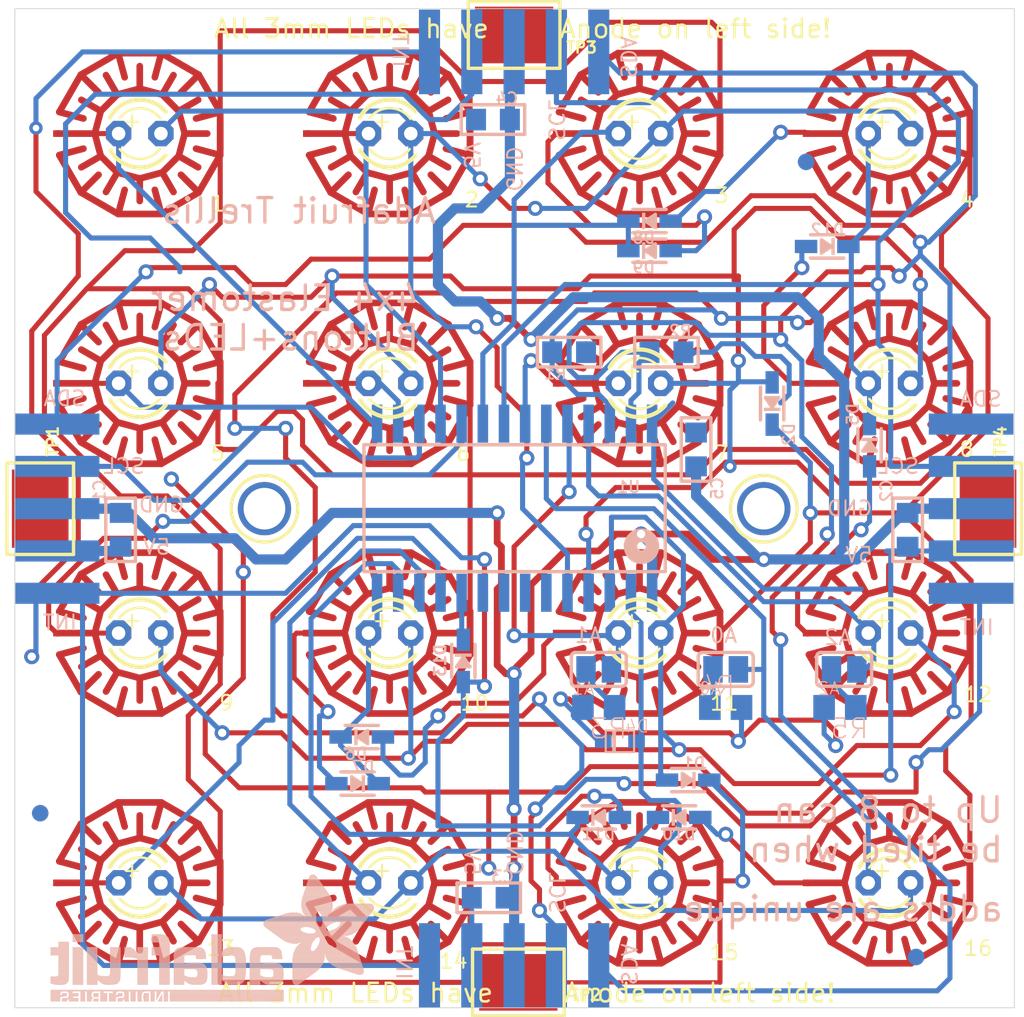
<source format=kicad_pcb>
(kicad_pcb (version 20211014) (generator pcbnew)
  (layers (0 "F.Cu" signal) (31 "B.Cu" signal) (34 "B.Paste" user) (35 "F.Paste" user) (36 "B.SilkS" user "B.Silkscreen") (37 "F.SilkS" user "F.Silkscreen") (38 "B.Mask" user) (39 "F.Mask" user) (44 "Edge.Cuts" user))
  (net 0 "")
  (net 1 "R6")
  (net 2 "R8")
  (net 3 "R9")
  (net 4 "R4")
  (net 5 "R7")
  (net 6 "R5")
  (net 7 "COM0")
  (net 8 "COM1")
  (net 9 "COM2")
  (net 10 "COM3")
  (net 11 "GND")
  (net 12 "VCC")
  (net 13 "INT")
  (net 14 "R3")
  (net 15 "R14")
  (net 16 "R13")
  (net 17 "R12")
  (net 18 "R11")
  (net 19 "R2")
  (net 20 "R1")
  (net 21 "R0")
  (net 22 "R10")
  (net 23 "N$5")
  (net 24 "N$1")
  (net 25 "SCL")
  (net 26 "SDA")
  (net 27 "N$2")
  (net 28 "N$19")
  (net 29 "N$20")
  (net 30 "N$9")
  (net 31 "N$16")
  (net 32 "N$3")
  (net 33 "N$4")
  (net 34 "N$6")
  (net 35 "N$7")
  (net 36 "N$8")
  (net 37 "N$10")
  (net 38 "N$11")
  (net 39 "N$12")
  (footprint "boardEagle:ELAST_PAD_SQUARE_10MM_5.4MM_4X4GRID" (layer "F.Cu") (at 148.5011 105.0036 180)
    (fp_text reference "SW1" hide)
    (fp_text value "" hide)
  )
  (footprint "boardEagle:TESTPOINT_SMT" (layer "F.Cu") (at 120.0251 105.0316 90)
    (fp_text reference "TP1")
    (fp_text value "")
  )
  (footprint "boardEagle:TESTPOINT_SMT" (layer "F.Cu") (at 148.7271 133.4796)
    (fp_text reference "TP2")
    (fp_text value "")
  )
  (footprint "boardEagle:TESTPOINT_SMT" (layer "F.Cu") (at 148.4731 76.5836)
    (fp_text reference "TP3")
    (fp_text value "")
  )
  (footprint "boardEagle:MOUNTINGHOLE_2.5_PLATED" (layer "F.Cu") (at 163.4591 105.0316)
    (fp_text reference "U$2" hide)
    (fp_text value "MOUNTINGHOLE2.5" hide)
  )
  (footprint "boardEagle:MOUNTINGHOLE_2.5_PLATED" (layer "F.Cu") (at 133.4871 105.0316)
    (fp_text reference "U$1" hide)
    (fp_text value "MOUNTINGHOLE2.5" hide)
  )
  (footprint "boardEagle:LED3MM-4X4GRID" (layer "F.Cu") (at 148.5011 105.0036 180)
    (fp_text reference "LED1" hide)
    (fp_text value "TBD")
  )
  (footprint "boardEagle:TESTPOINT_SMT" (layer "F.Cu") (at 176.9211 105.0316 90)
    (fp_text reference "TP4")
    (fp_text value "")
  )
  (footprint "boardEagle:SOD-323" (layer "B.Cu") (at 158.3791 123.5736)
    (fp_text reference "D10")
    (fp_text value "1N4148")
  )
  (footprint "boardEagle:1X5_SMT" (layer "B.Cu") (at 148.4731 77.5996)
    (fp_text reference "JP4" hide)
    (fp_text value "" hide)
  )
  (footprint "boardEagle:SOD-323F" (layer "B.Cu") (at 154.8231 119.0016 180)
    (fp_text reference "D4")
    (fp_text value "1N4148")
  )
  (footprint "boardEagle:SOP28_300MIL" (layer "B.Cu") (at 148.5011 105.0036 180)
    (fp_text reference "U1")
    (fp_text value "HT16K33 28SOP")
  )
  (footprint "boardEagle:_0805" (layer "B.Cu") (at 159.3951 101.4756 90)
    (fp_text reference "C5")
    (fp_text value "10uF")
  )
  (footprint "boardEagle:1X5_SMT" (layer "B.Cu") (at 121.0411 105.0316 90)
    (fp_text reference "JP2" hide)
    (fp_text value "" hide)
  )
  (footprint "boardEagle:_0805" (layer "B.Cu") (at 151.7751 95.6336)
    (fp_text reference "R1")
    (fp_text value "10K")
  )
  (footprint "boardEagle:R0805" (layer "B.Cu") (at 168.0311 116.9696)
    (fp_text reference "R5")
    (fp_text value "47K")
  )
  (footprint "boardEagle:ADAFRUIT_TEXT_20MM" (layer "B.Cu") (at 140.2181 134.6226 180)
    (fp_text reference "U$3" hide)
    (fp_text value "" hide)
  )
  (footprint "boardEagle:SOLDERJUMPER_REFLOW_NOPASTE" (layer "B.Cu") (at 161.1731 114.6836)
    (fp_text reference "A0")
    (fp_text value "")
  )
  (footprint "boardEagle:R0805" (layer "B.Cu") (at 161.1731 116.9696 180)
    (fp_text reference "R4")
    (fp_text value "47K")
  )
  (footprint "boardEagle:FIDUCIAL_1MM" (layer "B.Cu") (at 165.9991 84.2036 180)
    (fp_text reference "FID3" hide)
    (fp_text value "FIDUCIAL\"\"" hide)
  )
  (footprint "boardEagle:SOLDERJUMPER_REFLOW_NOPASTE" (layer "B.Cu") (at 153.5531 114.6836)
    (fp_text reference "A1")
    (fp_text value "")
  )
  (footprint "boardEagle:_0805" (layer "B.Cu") (at 157.6171 95.6336 180)
    (fp_text reference "R2")
    (fp_text value "10K")
  )
  (footprint "boardEagle:SOLDERJUMPER_REFLOW_NOPASTE" (layer "B.Cu") (at 168.2851 114.6836)
    (fp_text reference "A2")
    (fp_text value "")
  )
  (footprint "boardEagle:FIDUCIAL_1MM" (layer "B.Cu") (at 172.6031 131.9556 180)
    (fp_text reference "FID1" hide)
    (fp_text value "FIDUCIAL\"\"" hide)
  )
  (footprint "boardEagle:FIDUCIAL_1MM" (layer "B.Cu") (at 120.0251 123.3196 180)
    (fp_text reference "FID2" hide)
    (fp_text value "FIDUCIAL\"\"" hide)
  )
  (footprint "boardEagle:SOD-323" (layer "B.Cu") (at 156.6011 89.5376)
    (fp_text reference "D9")
    (fp_text value "1N4148")
  )
  (footprint "boardEagle:SOD-323" (layer "B.Cu") (at 167.2691 89.2836 180)
    (fp_text reference "D12")
    (fp_text value "1N4148")
  )
  (footprint "boardEagle:1X5_SMT" (layer "B.Cu") (at 175.9051 105.0316 90)
    (fp_text reference "JP1" hide)
    (fp_text value "" hide)
  )
  (footprint "boardEagle:SOD-323" (layer "B.Cu") (at 139.3291 118.7476)
    (fp_text reference "D6")
    (fp_text value "1N4148")
  )
  (footprint "boardEagle:SOD-323" (layer "B.Cu") (at 139.0751 121.5416 180)
    (fp_text reference "D7")
    (fp_text value "1N4148")
  )
  (footprint "boardEagle:SOD-323" (layer "B.Cu") (at 158.9211 121.3316 180)
    (fp_text reference "D1")
    (fp_text value "1N4148")
  )
  (footprint "boardEagle:SOD-323" (layer "B.Cu") (at 163.9631 98.7156 90)
    (fp_text reference "D2")
    (fp_text value "1N4148")
  )
  (footprint "boardEagle:R0805" (layer "B.Cu") (at 153.5531 116.9696)
    (fp_text reference "R3")
    (fp_text value "47K")
  )
  (footprint "boardEagle:SOD-323" (layer "B.Cu") (at 156.6011 87.7596)
    (fp_text reference "D8")
    (fp_text value "1N4148")
  )
  (footprint "boardEagle:1X5_SMT" (layer "B.Cu") (at 148.4731 132.4636)
    (fp_text reference "JP3" hide)
    (fp_text value "" hide)
  )
  (footprint "boardEagle:SOD-323" (layer "B.Cu") (at 153.5531 123.5736)
    (fp_text reference "D11")
    (fp_text value "1N4148")
  )
  (footprint "boardEagle:_0805" (layer "B.Cu") (at 147.2031 81.6636 180)
    (fp_text reference "C4")
    (fp_text value "")
  )
  (footprint "boardEagle:SOD-323" (layer "B.Cu") (at 145.4251 114.1756 -90)
    (fp_text reference "D13")
    (fp_text value "1N4148")
  )
  (footprint "boardEagle:SOD-323" (layer "B.Cu") (at 169.8091 101.2216 -90)
    (fp_text reference "D5")
    (fp_text value "1N4148")
  )
  (footprint "boardEagle:_0805" (layer "B.Cu") (at 146.9491 128.3996 180)
    (fp_text reference "C3")
    (fp_text value "")
  )
  (footprint "boardEagle:_0805" (layer "B.Cu") (at 124.8511 106.3016 -90)
    (fp_text reference "C1")
    (fp_text value "")
  )
  (footprint "boardEagle:_0805" (layer "B.Cu") (at 172.0951 106.3016 -90)
    (fp_text reference "C2")
    (fp_text value "")
  )
  (gr_line (start 118.5011 75.0036) (end 118.5011 135.0036) (layer "Edge.Cuts") (width 0.05))
  (gr_line (start 178.5011 135.0036) (end 178.5011 75.0036) (layer "Edge.Cuts") (width 0.05))
  (gr_line (start 178.5011 75.0036) (end 118.5011 75.0036) (layer "Edge.Cuts") (width 0.05))
  (gr_line (start 118.5011 135.0036) (end 178.5011 135.0036) (layer "Edge.Cuts") (width 0.05))
  (gr_text "INT" (at 141.1071 78.6156 -90) (layer "B.SilkS") (effects (font (size 0.89408 0.89408) (thickness 0.12192)) (justify left bottom mirror)))
  (gr_text "GND" (at 147.9651 127.1296 -90) (layer "B.SilkS") (effects (font (size 0.89408 0.89408) (thickness 0.12192)) (justify left bottom mirror)))
  (gr_text "SCL" (at 151.5211 80.3936 -90) (layer "B.SilkS") (effects (font (size 0.89408 0.89408) (thickness 0.12192)) (justify right top mirror)))
  (gr_text "SCL" (at 150.5051 129.4156 -90) (layer "B.SilkS") (effects (font (size 0.89408 0.89408) (thickness 0.12192)) (justify left bottom mirror)))
  (gr_text "GND" (at 125.8671 104.2696) (layer "B.SilkS") (effects (font (size 0.89408 0.89408) (thickness 0.12192)) (justify right top mirror)))
  (gr_text "A0" (at 161.9351 113.1596) (layer "B.SilkS") (effects (font (size 0.89408 0.89408) (thickness 0.12192)) (justify left bottom mirror)))
  (gr_text "INT" (at 122.3111 112.3976) (layer "B.SilkS") (effects (font (size 0.89408 0.89408) (thickness 0.12192)) (justify left bottom mirror)))
  (gr_text "GND" (at 148.9811 83.1876 -90) (layer "B.SilkS") (effects (font (size 0.89408 0.89408) (thickness 0.12192)) (justify right top mirror)))
  (gr_text "5V" (at 126.1211 106.8096) (layer "B.SilkS") (effects (font (size 0.89408 0.89408) (thickness 0.12192)) (justify right top mirror)))
  (gr_text "INT" (at 142.3771 131.1936 -90) (layer "B.SilkS") (effects (font (size 0.89408 0.89408) (thickness 0.12192)) (justify right top mirror)))
  (gr_text "Adafruit Trellis" (at 143.9011 88.0136) (layer "B.SilkS") (effects (font (size 1.475232 1.475232) (thickness 0.201168)) (justify left bottom mirror)))
  (gr_text "INT" (at 175.1431 111.6356) (layer "B.SilkS") (effects (font (size 0.89408 0.89408) (thickness 0.12192)) (justify right top mirror)))
  (gr_text "SCL" (at 172.8571 102.9996) (layer "B.SilkS") (effects (font (size 0.89408 0.89408) (thickness 0.12192)) (justify left bottom mirror)))
  (gr_text "A1" (at 153.8071 113.1596) (layer "B.SilkS") (effects (font (size 0.89408 0.89408) (thickness 0.12192)) (justify left bottom mirror)))
  (gr_text "SDA" (at 175.1431 97.9196) (layer "B.SilkS") (effects (font (size 0.89408 0.89408) (thickness 0.12192)) (justify right top mirror)))
  (gr_text "Up to 8 can\nbe tiled when" (at 177.9371 126.3676) (layer "B.SilkS") (effects (font (size 1.475232 1.475232) (thickness 0.201168)) (justify left bottom mirror)))
  (gr_text "5V" (at 145.4251 127.1296 -90) (layer "B.SilkS") (effects (font (size 0.89408 0.89408) (thickness 0.12192)) (justify left bottom mirror)))
  (gr_text "5V" (at 146.4411 82.9336 -90) (layer "B.SilkS") (effects (font (size 0.89408 0.89408) (thickness 0.12192)) (justify right top mirror)))
  (gr_text "SDA" (at 155.8391 76.5836 -90) (layer "B.SilkS") (effects (font (size 0.89408 0.89408) (thickness 0.12192)) (justify right top mirror)))
  (gr_text "SDA" (at 122.8191 98.9356) (layer "B.SilkS") (effects (font (size 0.89408 0.89408) (thickness 0.12192)) (justify left bottom mirror)))
  (gr_text "4x4 Elastomer\nButtons+LEDs" (at 142.8851 95.6336) (layer "B.SilkS") (effects (font (size 1.475232 1.475232) (thickness 0.201168)) (justify left bottom mirror)))
  (gr_text "SDA" (at 154.8231 133.7336 -90) (layer "B.SilkS") (effects (font (size 0.89408 0.89408) (thickness 0.12192)) (justify left bottom mirror)))
  (gr_text "A2" (at 168.7931 113.2866) (layer "B.SilkS") (effects (font (size 0.89408 0.89408) (thickness 0.12192)) (justify left bottom mirror)))
  (gr_text "GND" (at 170.0631 105.5396) (layer "B.SilkS") (effects (font (size 0.89408 0.89408) (thickness 0.12192)) (justify left bottom mirror)))
  (gr_text "addrs are unique" (at 177.9371 129.9236) (layer "B.SilkS") (effects (font (size 1.475232 1.475232) (thickness 0.201168)) (justify left bottom mirror)))
  (gr_text "5V" (at 170.0631 108.3336) (layer "B.SilkS") (effects (font (size 0.89408 0.89408) (thickness 0.12192)) (justify left bottom mirror)))
  (gr_text "SCL" (at 126.3751 102.9996) (layer "B.SilkS") (effects (font (size 0.89408 0.89408) (thickness 0.12192)) (justify left bottom mirror)))
  (gr_text "13" (at 129.9311 131.9556) (layer "F.SilkS") (effects (font (size 0.89408 0.89408) (thickness 0.12192)) (justify left bottom)))
  (gr_text "6" (at 144.9171 102.2376) (layer "F.SilkS") (effects (font (size 0.89408 0.89408) (thickness 0.12192)) (justify left bottom)))
  (gr_text "9" (at 130.6931 117.2236) (layer "F.SilkS") (effects (font (size 0.89408 0.89408) (thickness 0.12192)) (justify left bottom)))
  (gr_text "5" (at 130.1851 102.2376) (layer "F.SilkS") (effects (font (size 0.89408 0.89408) (thickness 0.12192)) (justify left bottom)))
  (gr_text "All 3mm LEDs have     Anode on left side!" (at 148.9811 76.2026) (layer "F.SilkS") (effects (font (size 1.1176 1.1176) (thickness 0.1524))))
  (gr_text "11" (at 160.1571 117.2236) (layer "F.SilkS") (effects (font (size 0.89408 0.89408) (thickness 0.12192)) (justify left bottom)))
  (gr_text "2" (at 145.4251 86.9976) (layer "F.SilkS") (effects (font (size 0.89408 0.89408) (thickness 0.12192)) (justify left bottom)))
  (gr_text "15" (at 160.1571 132.2096) (layer "F.SilkS") (effects (font (size 0.89408 0.89408) (thickness 0.12192)) (justify left bottom)))
  (gr_text "16" (at 175.3971 131.9556) (layer "F.SilkS") (effects (font (size 0.89408 0.89408) (thickness 0.12192)) (justify left bottom)))
  (gr_text "7" (at 160.4111 102.2376) (layer "F.SilkS") (effects (font (size 0.89408 0.89408) (thickness 0.12192)) (justify left bottom)))
  (gr_text "12" (at 175.3971 116.7156) (layer "F.SilkS") (effects (font (size 0.89408 0.89408) (thickness 0.12192)) (justify left bottom)))
  (gr_text "1" (at 130.1851 87.2516) (layer "F.SilkS") (effects (font (size 0.89408 0.89408) (thickness 0.12192)) (justify left bottom)))
  (gr_text "4" (at 175.1431 86.9976) (layer "F.SilkS") (effects (font (size 0.89408 0.89408) (thickness 0.12192)) (justify left bottom)))
  (gr_text "14" (at 143.9011 132.7176) (layer "F.SilkS") (effects (font (size 0.89408 0.89408) (thickness 0.12192)) (justify left bottom)))
  (gr_text "10" (at 145.1711 117.2236) (layer "F.SilkS") (effects (font (size 0.89408 0.89408) (thickness 0.12192)) (justify left bottom)))
  (gr_text "3" (at 160.4111 86.7436) (layer "F.SilkS") (effects (font (size 0.89408 0.89408) (thickness 0.12192)) (justify left bottom)))
  (gr_text "All 3mm LEDs have     Anode on left side!" (at 149.2351 134.1146) (layer "F.SilkS") (effects (font (size 1.1176 1.1176) (thickness 0.1524))))
  (gr_text "8" (at 175.1431 101.9836) (layer "F.SilkS") (effects (font (size 0.89408 0.89408) (thickness 0.12192)) (justify left bottom)))
  (segment (start 123.8351 106.8096) (end 126.3751 106.8096) (width 0.3048) (layer "F.Cu") (net 1))
  (segment (start 120.5331 112.0356) (end 120.5331 110.1116) (width 0.3048) (layer "F.Cu") (net 1))
  (segment (start 126.3751 106.8096) (end 127.3911 105.7936) (width 0.3048) (layer "F.Cu") (net 1))
  (segment (start 121.0011 112.5036) (end 124.7311 112.5036) (width 0.3048) (layer "F.Cu") (net 1))
  (segment (start 120.5331 112.0356) (end 121.0011 112.5036) (width 0.3048) (layer "F.Cu") (net 1))
  (segment (start 120.5331 110.1116) (end 123.8351 106.8096) (width 0.3048) (layer "F.Cu") (net 1))
  (via (at 127.3911 105.7936) (size 0.9064) (drill 0.5) (layers "F.Cu" "B.Cu") (net 1))
  (segment (start 132.4711 102.2376) (end 128.9151 105.7936) (width 0.3048) (layer "B.Cu") (net 1))
  (segment (start 132.4711 102.2376) (end 135.7731 102.2376) (width 0.3048) (layer "B.Cu") (net 1))
  (segment (start 135.7731 102.2376) (end 136.5351 102.9996) (width 0.3048) (layer "B.Cu") (net 1))
  (segment (start 145.3261 99.9236) (end 145.3261 101.0666) (width 0.3048) (layer "B.Cu") (net 1))
  (segment (start 136.5351 102.9996) (end 143.3931 102.9996) (width 0.3048) (layer "B.Cu") (net 1))
  (segment (start 128.9151 105.7936) (end 127.3911 105.7936) (width 0.3048) (layer "B.Cu") (net 1))
  (segment (start 124.5971 112.3696) (end 124.7311 112.5036) (width 0.3048) (layer "B.Cu") (net 1))
  (segment (start 145.3261 101.0666) (end 143.3931 102.9996) (width 0.3048) (layer "B.Cu") (net 1))
  (segment (start 121.0011 97.5036) (end 124.7311 97.5036) (width 0.3048) (layer "F.Cu") (net 2))
  (segment (start 126.1631 98.9356) (end 124.7311 97.5036) (width 0.3048) (layer "B.Cu") (net 2))
  (segment (start 136.2811 98.9356) (end 126.1631 98.9356) (width 0.3048) (layer "B.Cu") (net 2))
  (segment (start 142.7861 99.9236) (end 142.7861 101.5746) (width 0.3048) (layer "B.Cu") (net 2))
  (segment (start 142.6311 101.9836) (end 139.3291 101.9836) (width 0.3048) (layer "B.Cu") (net 2))
  (segment (start 139.3291 101.9836) (end 136.2811 98.9356) (width 0.3048) (layer "B.Cu") (net 2))
  (segment (start 142.7861 101.8286) (end 142.6311 101.9836) (width 0.3048) (layer "B.Cu") (net 2))
  (segment (start 142.7861 99.9236) (end 142.7861 101.8286) (width 0.3048) (layer "B.Cu") (net 2))
  (segment (start 136.0011 97.5036) (end 139.7311 97.5036) (width 0.3048) (layer "F.Cu") (net 3))
  (segment (start 139.8231 97.4116) (end 139.7311 97.5036) (width 0.3048) (layer "B.Cu") (net 3))
  (segment (start 141.5161 99.9236) (end 141.5161 98.5826) (width 0.3048) (layer "B.Cu") (net 3))
  (segment (start 140.3451 97.4116) (end 139.8231 97.4116) (width 0.3048) (layer "B.Cu") (net 3))
  (segment (start 141.5161 98.5826) (end 140.3451 97.4116) (width 0.3048) (layer "B.Cu") (net 3))
  (segment (start 147.8661 99.9236) (end 147.8661 95.2246) (width 0.3048) (layer "B.Cu") (net 4))
  (segment (start 169.7311 82.5036) (end 169.7311 88.0916) (width 0.3048) (layer "B.Cu") (net 4))
  (segment (start 168.7151 91.5696) (end 168.7151 96.4876) (width 0.3048) (layer "B.Cu") (net 4))
  (segment (start 147.8661 95.2246) (end 151.5211 91.5696) (width 0.3048) (layer "B.Cu") (net 4))
  (segment (start 169.8091 97.5816) (end 169.7311 97.5036) (width 0.3048) (layer "B.Cu") (net 4))
  (segment (start 168.7151 89.4596) (end 168.5391 89.2836) (width 0.3048) (layer "B.Cu") (net 4))
  (segment (start 169.7311 88.0916) (end 168.5391 89.2836) (width 0.3048) (layer "B.Cu") (net 4))
  (segment (start 151.5211 91.5696) (end 168.7151 91.5696) (width 0.3048) (layer "B.Cu") (net 4))
  (segment (start 168.7151 89.4596) (end 168.7151 91.5696) (width 0.3048) (layer "B.Cu") (net 4))
  (segment (start 169.8091 99.9516) (end 169.8091 97.5816) (width 0.3048) (layer "B.Cu") (net 4))
  (segment (start 168.7151 96.4876) (end 169.7311 97.5036) (width 0.3048) (layer "B.Cu") (net 4))
  (segment (start 136.0011 82.5036) (end 139.7311 82.5036) (width 0.3048) (layer "F.Cu") (net 5))
  (segment (start 139.5831 82.6516) (end 139.7311 82.5036) (width 0.3048) (layer "B.Cu") (net 5))
  (segment (start 144.0561 99.9236) (end 144.0561 96.0426) (width 0.3048) (layer "B.Cu") (net 5))
  (segment (start 144.0561 96.0426) (end 139.5831 91.5696) (width 0.3048) (layer "B.Cu") (net 5))
  (segment (start 139.5831 91.5696) (end 139.5831 82.6516) (width 0.3048) (layer "B.Cu") (net 5))
  (segment (start 148.4731 86.4756) (end 152.5231 82.4256) (width 0.3048) (layer "B.Cu") (net 6))
  (segment (start 148.4731 88.0136) (end 148.4731 86.4756) (width 0.3048) (layer "B.Cu") (net 6))
  (segment (start 152.5231 82.4256) (end 154.6531 82.4256) (width 0.3048) (layer "B.Cu") (net 6))
  (segment (start 146.5961 99.9236) (end 146.5961 95.7326) (width 0.3048) (layer "B.Cu") (net 6))
  (segment (start 148.4731 93.8556) (end 148.4731 88.0136) (width 0.3048) (layer "B.Cu") (net 6))
  (segment (start 154.6531 82.4256) (end 154.7311 82.5036) (width 0.3048) (layer "B.Cu") (net 6))
  (segment (start 148.4731 88.0136) (end 155.3311 88.0136) (width 0.3048) (layer "B.Cu") (net 6))
  (segment (start 146.5961 95.7326) (end 148.4731 93.8556) (width 0.3048) (layer "B.Cu") (net 6))
  (segment (start 155.3311 87.7596) (end 155.3311 88.0136) (width 0.3048) (layer "B.Cu") (net 6))
  (segment (start 155.3311 88.0136) (end 155.3311 89.5376) (width 0.3048) (layer "B.Cu") (net 6))
  (segment (start 156.0931 111.8896) (end 156.0931 119.0016) (width 0.3048) (layer "B.Cu") (net 7))
  (segment (start 157.2711 125.4436) (end 157.2711 127.5036) (width 0.3048) (layer "B.Cu") (net 7))
  (segment (start 140.1051 129.6696) (end 129.6771 129.6696) (width 0.3048) (layer "B.Cu") (net 7))
  (segment (start 172.2711 127.5036) (end 172.2711 129.1616) (width 0.3048) (layer "B.Cu") (net 7))
  (segment (start 154.1881 128.9076) (end 156.6011 128.9076) (width 0.3048) (layer "B.Cu") (net 7))
  (segment (start 144.1691 125.6056) (end 150.8861 125.6056) (width 0.3048) (layer "B.Cu") (net 7))
  (segment (start 156.0931 122.0076) (end 156.0931 119.0016) (width 0.3048) (layer "B.Cu") (net 7))
  (segment (start 156.6011 128.9076) (end 156.8551 129.1616) (width 0.3048) (layer "B.Cu") (net 7))
  (segment (start 156.8551 129.1616) (end 157.2711 129.1616) (width 0.3048) (layer "B.Cu") (net 7))
  (segment (start 127.5111 127.5036) (end 127.2711 127.5036) (width 0.3048) (layer "B.Cu") (net 7))
  (segment (start 129.6771 129.6696) (end 127.5111 127.5036) (width 0.3048) (layer "B.Cu") (net 7))
  (segment (start 172.2711 129.1616) (end 157.2711 129.1616) (width 0.3048) (layer "B.Cu") (net 7))
  (segment (start 158.3791 122.8116) (end 158.3791 124.3356) (width 0.3048) (layer "B.Cu") (net 7))
  (segment (start 142.2711 127.5036) (end 144.1691 125.6056) (width 0.3048) (layer "B.Cu") (net 7))
  (segment (start 155.4861 111.2826) (end 155.4861 110.0836) (width 0.3048) (layer "B.Cu") (net 7))
  (segment (start 155.4861 111.2826) (end 156.0931 111.8896) (width 0.3048) (layer "B.Cu") (net 7))
  (segment (start 158.3791 124.3356) (end 157.2711 125.4436) (width 0.3048) (layer "B.Cu") (net 7))
  (segment (start 158.1251 122.5576) (end 158.3791 122.8116) (width 0.3048) (layer "B.Cu") (net 7))
  (segment (start 150.8861 125.6056) (end 154.1881 128.9076) (width 0.3048) (layer "B.Cu") (net 7))
  (segment (start 156.0931 119.0016) (end 155.8231 119.0016) (width 0.3048) (layer "B.Cu") (net 7))
  (segment (start 156.0931 122.0076) (end 156.6431 122.5576) (width 0.3048) (layer "B.Cu") (net 7))
  (segment (start 157.2711 127.5036) (end 157.2711 129.1616) (width 0.3048) (layer "B.Cu") (net 7))
  (segment (start 142.2711 127.5036) (end 140.1051 129.6696) (width 0.3048) (layer "B.Cu") (net 7))
  (segment (start 156.6431 122.5576) (end 158.1251 122.5576) (width 0.3048) (layer "B.Cu") (net 7))
  (segment (start 152.7911 119.5096) (end 158.3791 119.5096) (width 0.3048) (layer "F.Cu") (net 8))
  (segment (start 159.6491 119.5096) (end 158.3791 119.5096) (width 0.3048) (layer "F.Cu") (net 8))
  (segment (start 130.9471 118.4936) (end 134.5031 118.4936) (width 0.3048) (layer "F.Cu") (net 8))
  (segment (start 136.0271 120.0176) (end 142.1231 120.0176) (width 0.3048) (layer "F.Cu") (net 8))
  (segment (start 145.6791 117.9856) (end 151.2671 117.9856) (width 0.3048) (layer "F.Cu") (net 8))
  (segment (start 143.1391 119.0016) (end 144.6631 119.0016) (width 0.3048) (layer "F.Cu") (net 8))
  (segment (start 134.5031 118.4936) (end 136.0271 120.0176) (width 0.3048) (layer "F.Cu") (net 8))
  (segment (start 151.2671 117.9856) (end 152.7911 119.5096) (width 0.3048) (layer "F.Cu") (net 8))
  (segment (start 161.6811 121.5416) (end 159.6491 119.5096) (width 0.3048) (layer "F.Cu") (net 8))
  (segment (start 172.8571 119.2556) (end 169.0471 119.2556) (width 0.3048) (layer "F.Cu") (net 8))
  (segment (start 169.0471 119.2556) (end 166.7611 121.5416) (width 0.3048) (layer "F.Cu") (net 8))
  (segment (start 142.1231 120.0176) (end 143.1391 119.0016) (width 0.3048) (layer "F.Cu") (net 8))
  (segment (start 144.6631 119.0016) (end 145.6791 117.9856) (width 0.3048) (layer "F.Cu") (net 8))
  (segment (start 166.7611 121.5416) (end 161.6811 121.5416) (width 0.3048) (layer "F.Cu") (net 8))
  (segment (start 174.8891 117.2236) (end 172.8571 119.2556) (width 0.3048) (layer "F.Cu") (net 8))
  (via (at 142.1231 120.0176) (size 0.9064) (drill 0.5) (layers "F.Cu" "B.Cu") (net 8))
  (via (at 130.9471 118.4936) (size 0.9064) (drill 0.5) (layers "F.Cu" "B.Cu") (net 8))
  (via (at 174.8891 117.2236) (size 0.9064) (drill 0.5) (layers "F.Cu" "B.Cu") (net 8))
  (via (at 158.3791 119.5096) (size 0.9064) (drill 0.5) (layers "F.Cu" "B.Cu") (net 8))
  (segment (start 154.3151 105.5396) (end 154.3151 109.9846) (width 0.3048) (layer "B.Cu") (net 8))
  (segment (start 158.6331 107.8256) (end 156.3471 105.5396) (width 0.3048) (layer "B.Cu") (net 8))
  (segment (start 157.2711 112.2356) (end 158.6331 110.8736) (width 0.3048) (layer "B.Cu") (net 8))
  (segment (start 157.2711 112.5036) (end 157.2711 118.4016) (width 0.3048) (layer "B.Cu") (net 8))
  (segment (start 154.3151 109.9846) (end 154.2161 110.0836) (width 0.3048) (layer "B.Cu") (net 8))
  (segment (start 157.2711 120.9516) (end 157.2711 118.4016) (width 0.3048) (layer "B.Cu") (net 8))
  (segment (start 130.9471 118.4796) (end 130.9471 118.4936) (width 0.3048) (layer "B.Cu") (net 8))
  (segment (start 158.6331 110.8736) (end 158.6331 107.8256) (width 0.3048) (layer "B.Cu") (net 8))
  (segment (start 174.8891 117.2236) (end 174.8891 115.1216) (width 0.3048) (layer "B.Cu") (net 8))
  (segment (start 157.2711 118.4016) (end 158.3791 119.5096) (width 0.3048) (layer "B.Cu") (net 8))
  (segment (start 127.2711 114.8036) (end 130.9471 118.4796) (width 0.3048) (layer "B.Cu") (net 8))
  (segment (start 142.2711 112.5036) (end 142.2711 119.8696) (width 0.3048) (layer "B.Cu") (net 8))
  (segment (start 174.8891 115.1216) (end 172.2711 112.5036) (width 0.3048) (layer "B.Cu") (net 8))
  (segment (start 156.3471 105.5396) (end 154.3151 105.5396) (width 0.3048) (layer "B.Cu") (net 8))
  (segment (start 142.2711 119.8696) (end 142.1231 120.0176) (width 0.3048) (layer "B.Cu") (net 8))
  (segment (start 157.2711 112.5036) (end 157.2711 112.2356) (width 0.3048) (layer "B.Cu") (net 8))
  (segment (start 157.6511 121.3316) (end 157.2711 120.9516) (width 0.3048) (layer "B.Cu") (net 8))
  (segment (start 127.2711 112.5036) (end 127.2711 114.8036) (width 0.3048) (layer "B.Cu") (net 8))
  (segment (start 161.4271 102.4916) (end 161.4271 102.2376) (width 0.3048) (layer "F.Cu") (net 9))
  (segment (start 137.5511 91.0616) (end 144.6631 91.0616) (width 0.3048) (layer "F.Cu") (net 9))
  (segment (start 159.6491 103.7616) (end 161.1731 102.2376) (width 0.3048) (layer "F.Cu") (net 9))
  (segment (start 170.8251 88.7756) (end 172.8571 90.8076) (width 0.3048) (layer "F.Cu") (net 9))
  (segment (start 130.9471 92.3316) (end 136.2811 92.3316) (width 0.3048) (layer "F.Cu") (net 9))
  (segment (start 154.5691 103.7616) (end 159.6491 103.7616) (width 0.3048) (layer "F.Cu") (net 9))
  (segment (start 166.2531 86.9976) (end 168.0311 88.7756) (width 0.3048) (layer "F.Cu") (net 9))
  (segment (start 161.4271 102.2376) (end 165.4911 102.2376) (width 0.3048) (layer "F.Cu") (net 9))
  (segment (start 152.7911 105.5396) (end 154.5691 103.7616) (width 0.3048) (layer "F.Cu") (net 9))
  (segment (start 161.9351 96.1416) (end 161.9351 91.0616) (width 0.3048) (layer "F.Cu") (net 9))
  (segment (start 165.4911 102.2376) (end 167.5231 104.2696) (width 0.3048) (layer "F.Cu") (net 9))
  (segment (start 153.0451 91.0616) (end 161.9351 91.0616) (width 0.3048) (layer "F.Cu") (net 9))
  (segment (start 130.1851 91.5696) (end 130.9471 92.3316) (width 0.3048) (layer "F.Cu") (net 9))
  (segment (start 162.9511 86.9976) (end 166.2531 86.9976) (width 0.3048) (layer "F.Cu") (net 9))
  (segment (start 136.2811 92.3316) (end 137.5511 91.0616) (width 0.3048) (layer "F.Cu") (net 9))
  (segment (start 144.6631 91.0616) (end 145.4251 91.8236) (width 0.3048) (layer "F.Cu") (net 9))
  (segment (start 161.9351 91.0616) (end 161.6811 91.3156) (width 0.3048) (layer "F.Cu") (net 9))
  (segment (start 161.6811 91.3156) (end 161.6811 88.2676) (width 0.3048) (layer "F.Cu") (net 9))
  (segment (start 161.1731 102.2376) (end 161.4271 102.2376) (width 0.3048) (layer "F.Cu") (net 9))
  (segment (start 172.8571 90.8076) (end 172.8571 91.5696) (width 0.3048) (layer "F.Cu") (net 9))
  (segment (start 152.2831 91.8236) (end 153.0451 91.0616) (width 0.3048) (layer "F.Cu") (net 9))
  (segment (start 161.6811 88.2676) (end 162.9511 86.9976) (width 0.3048) (layer "F.Cu") (net 9))
  (segment (start 145.4251 91.8236) (end 152.2831 91.8236) (width 0.3048) (layer "F.Cu") (net 9))
  (segment (start 152.7911 106.5556) (end 152.7911 105.5396) (width 0.3048) (layer "F.Cu") (net 9))
  (segment (start 168.0311 88.7756) (end 170.8251 88.7756) (width 0.3048) (layer "F.Cu") (net 9))
  (via (at 161.4271 102.4916) (size 0.8001) (drill 0.3937) (layers "F.Cu" "B.Cu") (net 9))
  (via (at 161.9351 96.1416) (size 0.9064) (drill 0.5) (layers "F.Cu" "B.Cu") (net 9))
  (via (at 130.1851 91.5696) (size 0.9064) (drill 0.5) (layers "F.Cu" "B.Cu") (net 9))
  (via (at 152.7911 106.5556) (size 0.9064) (drill 0.5) (layers "F.Cu" "B.Cu") (net 9))
  (via (at 137.5511 91.0616) (size 0.9064) (drill 0.5) (layers "F.Cu" "B.Cu") (net 9))
  (via (at 172.8571 91.5696) (size 0.9064) (drill 0.5) (layers "F.Cu" "B.Cu") (net 9))
  (segment (start 152.9461 106.7106) (end 152.7911 106.5556) (width 0.3048) (layer "B.Cu") (net 9))
  (segment (start 142.2711 97.0516) (end 142.2711 97.5036) (width 0.3048) (layer "B.Cu") (net 9))
  (segment (start 161.4271 97.9196) (end 161.4271 102.4916) (width 0.3048) (layer "B.Cu") (net 9))
  (segment (start 163.9291 97.4116) (end 161.9351 97.4116) (width 0.3048) (layer "B.Cu") (net 9))
  (segment (start 172.8571 96.9176) (end 172.2711 97.5036) (width 0.3048) (layer "B.Cu") (net 9))
  (segment (start 161.9351 97.4116) (end 161.9351 96.1416) (width 0.3048) (layer "B.Cu") (net 9))
  (segment (start 157.2711 97.5036) (end 161.8431 97.5036) (width 0.3048) (layer "B.Cu") (net 9))
  (segment (start 161.8431 97.5036) (end 161.9351 97.4116) (width 0.3048) (layer "B.Cu") (net 9))
  (segment (start 127.2711 97.5036) (end 127.2711 94.4836) (width 0.3048) (layer "B.Cu") (net 9))
  (segment (start 137.5511 92.3316) (end 142.2711 97.0516) (width 0.3048) (layer "B.Cu") (net 9))
  (segment (start 163.9631 97.4456) (end 163.9291 97.4116) (width 0.3048) (layer "B.Cu") (net 9))
  (segment (start 127.2711 94.4836) (end 130.1851 91.5696) (width 0.3048) (layer "B.Cu") (net 9))
  (segment (start 172.8571 91.5696) (end 172.8571 96.9176) (width 0.3048) (layer "B.Cu") (net 9))
  (segment (start 161.8431 97.5036) (end 161.4271 97.9196) (width 0.3048) (layer "B.Cu") (net 9))
  (segment (start 137.5511 91.0616) (end 137.5511 92.3316) (width 0.3048) (layer "B.Cu") (net 9))
  (segment (start 152.9461 110.0836) (end 152.9461 106.7106) (width 0.3048) (layer "B.Cu") (net 9))
  (segment (start 146.4411 85.2196) (end 148.2191 86.9976) (width 0.3048) (layer "F.Cu") (net 10))
  (segment (start 147.4571 97.6656) (end 147.4571 95.3796) (width 0.3048) (layer "F.Cu") (net 10))
  (segment (start 149.2351 101.9836) (end 149.2351 99.4436) (width 0.3048) (layer "F.Cu") (net 10))
  (segment (start 148.2191 86.9976) (end 149.7431 86.9976) (width 0.3048) (layer "F.Cu") (net 10))
  (segment (start 147.4571 95.3796) (end 146.1871 94.1096) (width 0.3048) (layer "F.Cu") (net 10))
  (segment (start 149.2351 99.4436) (end 147.4571 97.6656) (width 0.3048) (layer "F.Cu") (net 10))
  (via (at 146.4411 85.2196) (size 0.9064) (drill 0.5) (layers "F.Cu" "B.Cu") (net 10))
  (via (at 146.1871 94.1096) (size 0.9064) (drill 0.5) (layers "F.Cu" "B.Cu") (net 10))
  (via (at 149.2351 101.9836) (size 0.9064) (drill 0.5) (layers "F.Cu" "B.Cu") (net 10))
  (via (at 149.7431 86.9976) (size 0.9064) (drill 0.5) (layers "F.Cu" "B.Cu") (net 10))
  (segment (start 172.2711 82.0936) (end 172.2711 82.5036) (width 0.3048) (layer "B.Cu") (net 10))
  (segment (start 142.2711 81.8116) (end 142.2711 82.5036) (width 0.3048) (layer "B.Cu") (net 10))
  (segment (start 144.4091 94.1096) (end 142.2711 91.9716) (width 0.3048) (layer "B.Cu") (net 10))
  (segment (start 127.1371 82.5036) (end 128.4851 81.1556) (width 0.3048) (layer "B.Cu") (net 10))
  (segment (start 152.7771 86.9976) (end 157.2711 82.5036) (width 0.3048) (layer "B.Cu") (net 10))
  (segment (start 157.2711 82.5036) (end 158.6191 81.1556) (width 0.3048) (layer "B.Cu") (net 10))
  (segment (start 148.9811 102.2376) (end 149.2351 101.9836) (width 0.3048) (layer "B.Cu") (net 10))
  (segment (start 128.4851 81.1556) (end 141.6151 81.1556) (width 0.3048) (layer "B.Cu") (net 10))
  (segment (start 151.6761 107.7266) (end 148.9811 105.0316) (width 0.3048) (layer "B.Cu") (net 10))
  (segment (start 146.1871 94.1096) (end 144.4091 94.1096) (width 0.3048) (layer "B.Cu") (net 10))
  (segment (start 142.2711 91.9716) (end 142.2711 82.5036) (width 0.3048) (layer "B.Cu") (net 10))
  (segment (start 158.6191 81.1556) (end 171.3331 81.1556) (width 0.3048) (layer "B.Cu") (net 10))
  (segment (start 149.7431 86.9976) (end 152.7771 86.9976) (width 0.3048) (layer "B.Cu") (net 10))
  (segment (start 151.6761 110.0836) (end 151.6761 107.7266) (width 0.3048) (layer "B.Cu") (net 10))
  (segment (start 171.3331 81.1556) (end 172.2711 82.0936) (width 0.3048) (layer "B.Cu") (net 10))
  (segment (start 148.9811 105.0316) (end 148.9811 102.2376) (width 0.3048) (layer "B.Cu") (net 10))
  (segment (start 146.4411 85.2196) (end 143.7251 82.5036) (width 0.3048) (layer "B.Cu") (net 10))
  (segment (start 141.6151 81.1556) (end 142.2711 81.8116) (width 0.3048) (layer "B.Cu") (net 10))
  (segment (start 143.7251 82.5036) (end 142.2711 82.5036) (width 0.3048) (layer "B.Cu") (net 10))
  (segment (start 127.1371 82.5036) (end 127.2711 82.5036) (width 0.3048) (layer "B.Cu") (net 10))
  (segment (start 163.4591 108.0796) (end 160.4111 108.0796) (width 0.4064) (layer "F.Cu") (net 11))
  (segment (start 151.5211 107.5716) (end 149.4891 109.6036) (width 0.4064) (layer "F.Cu") (net 11))
  (segment (start 149.4891 94.8716) (end 148.2191 93.6016) (width 0.4064) (layer "F.Cu") (net 11))
  (segment (start 149.4891 113.6676) (end 148.4731 114.6836) (width 0.4064) (layer "F.Cu") (net 11))
  (segment (start 148.4731 114.6836) (end 148.4731 114.9376) (width 0.4064) (layer "F.Cu") (net 11))
  (segment (start 160.4111 108.0796) (end 158.8871 106.5556) (width 0.4064) (layer "F.Cu") (net 11))
  (segment (start 158.8871 106.5556) (end 156.0931 106.5556) (width 0.4064) (layer "F.Cu") (net 11))
  (segment (start 147.4571 109.8576) (end 147.7111 109.6036) (width 0.4064) (layer "F.Cu") (net 11))
  (segment (start 148.2191 93.6016) (end 147.4571 93.6016) (width 0.4064) (layer "F.Cu") (net 11))
  (segment (start 147.4571 114.4296) (end 147.4571 109.8576) (width 0.4064) (layer "F.Cu") (net 11))
  (segment (start 156.0931 106.5556) (end 154.5691 106.5556) (width 0.4064) (layer "F.Cu") (net 11))
  (segment (start 153.5531 107.5716) (end 151.5211 107.5716) (width 0.4064) (layer "F.Cu") (net 11))
  (segment (start 154.5691 106.5556) (end 153.5531 107.5716) (width 0.4064) (layer "F.Cu") (net 11))
  (segment (start 149.4891 109.6036) (end 149.4891 113.6676) (width 0.4064) (layer "F.Cu") (net 11))
  (segment (start 147.4571 107.0636) (end 147.4571 105.2856) (width 0.4064) (layer "F.Cu") (net 11))
  (segment (start 147.7111 107.3176) (end 147.4571 107.0636) (width 0.4064) (layer "F.Cu") (net 11))
  (segment (start 147.4571 114.4296) (end 147.9651 114.9376) (width 0.4064) (layer "F.Cu") (net 11))
  (segment (start 147.7111 109.6036) (end 147.7111 107.3176) (width 0.4064) (layer "F.Cu") (net 11))
  (segment (start 147.9651 114.9376) (end 148.4731 114.9376) (width 0.4064) (layer "F.Cu") (net 11))
  (segment (start 148.4731 126.6216) (end 148.4731 123.0656) (width 0.4064) (layer "F.Cu") (net 11))
  (via (at 156.0931 106.5556) (size 0.9064) (drill 0.5) (layers "F.Cu" "B.Cu") (net 11))
  (via (at 149.4891 94.8716) (size 0.9064) (drill 0.5) (layers "F.Cu" "B.Cu") (net 11))
  (via (at 147.4571 93.6016) (size 0.9064) (drill 0.5) (layers "F.Cu" "B.Cu") (net 11))
  (via (at 148.4731 126.6216) (size 0.9064) (drill 0.5) (layers "F.Cu" "B.Cu") (net 11))
  (via (at 148.4731 114.9376) (size 0.9064) (drill 0.5) (layers "F.Cu" "B.Cu") (net 11))
  (via (at 147.4571 105.2856) (size 0.9064) (drill 0.5) (layers "F.Cu" "B.Cu") (net 11))
  (via (at 163.4591 108.0796) (size 0.9064) (drill 0.5) (layers "F.Cu" "B.Cu") (net 11))
  (via (at 148.4731 123.0656) (size 0.9064) (drill 0.5) (layers "F.Cu" "B.Cu") (net 11))
  (segment (start 148.2191 85.2196) (end 148.2191 81.6636) (width 0.6096) (layer "B.Cu") (net 11))
  (segment (start 144.9171 86.9976) (end 143.9011 88.0136) (width 0.6096) (layer "B.Cu") (net 11))
  (segment (start 148.4731 123.0656) (end 148.4731 114.9376) (width 0.6096) (layer "B.Cu") (net 11))
  (segment (start 148.4731 128.1456) (end 148.4731 126.6216) (width 0.6096) (layer "B.Cu") (net 11))
  (segment (start 168.2851 97.4116) (end 166.7611 95.8876) (width 0.6096) (layer "B.Cu") (net 11))
  (segment (start 168.0311 107.5716) (end 168.2851 107.3176) (width 0.6096) (layer "B.Cu") (net 11))
  (segment (start 156.7561 107.2186) (end 156.7561 110.0836) (width 0.6096) (layer "B.Cu") (net 11))
  (segment (start 172.0951 105.0316) (end 172.3491 105.0316) (width 0.6096) (layer "B.Cu") (net 11))
  (segment (start 168.0311 108.0796) (end 163.4591 108.0796) (width 0.6096) (layer "B.Cu") (net 11))
  (segment (start 159.3951 104.2696) (end 163.2051 108.0796) (width 0.6096) (layer "B.Cu") (net 11))
  (segment (start 132.9791 108.0796) (end 134.7571 108.0796) (width 0.6096) (layer "B.Cu") (net 11))
  (segment (start 148.2191 85.2196) (end 146.4411 86.9976) (width 0.6096) (layer "B.Cu") (net 11))
  (segment (start 175.9051 105.0316) (end 172.3491 105.0316) (width 0.6096) (layer "B.Cu") (net 11))
  (segment (start 148.2191 128.3996) (end 148.4731 128.1456) (width 0.6096) (layer "B.Cu") (net 11))
  (segment (start 148.4731 132.4636) (end 148.4731 128.1456) (width 0.6096) (layer "B.Cu") (net 11))
  (segment (start 124.8511 105.2856) (end 124.8511 105.0316) (width 0.6096) (layer "B.Cu") (net 11))
  (segment (start 146.4411 92.5856) (end 147.4571 93.6016) (width 0.6096) (layer "B.Cu") (net 11))
  (segment (start 159.3951 102.4916) (end 159.3951 104.2696) (width 0.6096) (layer "B.Cu") (net 11))
  (segment (start 131.7091 106.8096) (end 132.9791 108.0796) (width 0.6096) (layer "B.Cu") (net 11))
  (segment (start 172.3491 105.0316) (end 172.0951 105.2856) (width 0.6096) (layer "B.Cu") (net 11))
  (segment (start 125.1051 105.0316) (end 126.8831 106.8096) (width 0.6096) (layer "B.Cu") (net 11))
  (segment (start 165.4911 92.3316) (end 152.0291 92.3316) (width 0.6096) (layer "B.Cu") (net 11))
  (segment (start 152.0291 92.3316) (end 149.4891 94.8716) (width 0.6096) (layer "B.Cu") (net 11))
  (segment (start 137.5511 105.2856) (end 147.4571 105.2856) (width 0.6096) (layer "B.Cu") (net 11))
  (segment (start 166.7611 95.8876) (end 166.7611 93.6016) (width 0.6096) (layer "B.Cu") (net 11))
  (segment (start 143.9011 91.5696) (end 144.9171 92.5856) (width 0.6096) (layer "B.Cu") (net 11))
  (segment (start 126.8831 106.8096) (end 131.7091 106.8096) (width 0.6096) (layer "B.Cu") (net 11))
  (segment (start 134.7571 108.0796) (end 137.5511 105.2856) (width 0.6096) (layer "B.Cu") (net 11))
  (segment (start 143.9011 88.0136) (end 143.9011 91.5696) (width 0.6096) (layer "B.Cu") (net 11))
  (segment (start 147.9651 128.3996) (end 148.2191 128.3996) (width 0.6096) (layer "B.Cu") (net 11))
  (segment (start 168.0311 108.0796) (end 168.0311 107.5716) (width 0.4064) (layer "B.Cu") (net 11))
  (segment (start 124.8511 105.0316) (end 125.1051 105.0316) (width 0.3048) (layer "B.Cu") (net 11))
  (segment (start 156.0931 106.5556) (end 156.7561 107.2186) (width 0.6096) (layer "B.Cu") (net 11))
  (segment (start 144.9171 92.5856) (end 146.4411 92.5856) (width 0.6096) (layer "B.Cu") (net 11))
  (segment (start 148.2191 77.8536) (end 148.2191 81.6636) (width 0.6096) (layer "B.Cu") (net 11))
  (segment (start 168.2851 107.3176) (end 168.2851 97.4116) (width 0.6096) (layer "B.Cu") (net 11))
  (segment (start 146.4411 86.9976) (end 144.9171 86.9976) (width 0.6096) (layer "B.Cu") (net 11))
  (segment (start 163.2051 108.0796) (end 163.4591 108.0796) (width 0.6096) (layer "B.Cu") (net 11))
  (segment (start 172.0951 105.0316) (end 169.0471 108.0796) (width 0.6096) (layer "B.Cu") (net 11))
  (segment (start 148.2191 77.8536) (end 148.4731 77.5996) (width 0.3048) (layer "B.Cu") (net 11))
  (segment (start 121.0411 105.0316) (end 124.8511 105.0316) (width 0.6096) (layer "B.Cu") (net 11))
  (segment (start 169.0471 108.0796) (end 168.0311 108.0796) (width 0.6096) (layer "B.Cu") (net 11))
  (segment (start 166.7611 93.6016) (end 165.4911 92.3316) (width 0.6096) (layer "B.Cu") (net 11))
  (segment (start 127.8991 103.2536) (end 132.2171 107.5716) (width 0.3048) (layer "F.Cu") (net 12))
  (segment (start 132.2171 108.8416) (end 132.2171 115.1916) (width 0.3048) (layer "F.Cu") (net 12))
  (segment (start 151.5211 122.0496) (end 153.0451 120.5256) (width 0.3048) (layer "F.Cu") (net 12))
  (segment (start 143.1391 122.0496) (end 146.9491 122.0496) (width 0.3048) (layer "F.Cu") (net 12))
  (segment (start 132.2171 115.1916) (end 129.9311 117.4776) (width 0.3048) (layer "F.Cu") (net 12))
  (segment (start 146.9491 122.0496) (end 151.5211 122.0496) (width 0.3048) (layer "F.Cu") (net 12))
  (segment (start 132.2171 107.5716) (end 132.2171 108.8416) (width 0.3048) (layer "F.Cu") (net 12))
  (segment (start 159.6491 120.5256) (end 162.4431 123.3196) (width 0.3048) (layer "F.Cu") (net 12))
  (segment (start 162.4431 123.3196) (end 165.9991 123.3196) (width 0.3048) (layer "F.Cu") (net 12))
  (segment (start 131.9631 121.7956) (end 142.8851 121.7956) (width 0.3048) (layer "F.Cu") (net 12))
  (segment (start 129.9311 117.4776) (end 129.9311 119.7636) (width 0.3048) (layer "F.Cu") (net 12))
  (segment (start 153.0451 120.5256) (end 159.6491 120.5256) (width 0.3048) (layer "F.Cu") (net 12))
  (segment (start 142.8851 121.7956) (end 143.1391 122.0496) (width 0.3048) (layer "F.Cu") (net 12))
  (segment (start 168.2851 121.0336) (end 171.0791 121.0336) (width 0.3048) (layer "F.Cu") (net 12))
  (segment (start 129.9311 119.7636) (end 131.9631 121.7956) (width 0.3048) (layer "F.Cu") (net 12))
  (segment (start 146.9491 126.6216) (end 146.9491 122.0496) (width 0.3048) (layer "F.Cu") (net 12))
  (segment (start 165.9991 123.3196) (end 168.2851 121.0336) (width 0.3048) (layer "F.Cu") (net 12))
  (via (at 146.9491 126.6216) (size 0.9064) (drill 0.5) (layers "F.Cu" "B.Cu") (net 12))
  (via (at 171.0791 121.0336) (size 0.9064) (drill 0.5) (layers "F.Cu" "B.Cu") (net 12))
  (via (at 127.8991 103.2536) (size 0.9064) (drill 0.5) (layers "F.Cu" "B.Cu") (net 12))
  (via (at 132.2171 108.8416) (size 0.9064) (drill 0.5) (layers "F.Cu" "B.Cu") (net 12))
  (segment (start 157.9981 98.6816) (end 156.7561 99.9236) (width 0.3048) (layer "B.Cu") (net 12))
  (segment (start 121.5491 87.2516) (end 123.0731 88.7756) (width 0.3048) (layer "B.Cu") (net 12))
  (segment (start 123.0731 88.7756) (end 126.6291 88.7756) (width 0.3048) (layer "B.Cu") (net 12))
  (segment (start 121.0411 107.5716) (end 124.5971 107.5716) (width 0.6096) (layer "B.Cu") (net 12))
  (segment (start 171.0791 107.8256) (end 171.3331 107.5716) (width 0.3048) (layer "B.Cu") (net 12))
  (segment (start 143.3931 81.6636) (end 141.8691 80.1396) (width 0.3048) (layer "B.Cu") (net 12))
  (segment (start 160.9191 95.1256) (end 162.1891 95.1256) (width 0.3048) (layer "B.Cu") (net 12))
  (segment (start 160.4111 95.6336) (end 160.9191 95.1256) (width 0.3048) (layer "B.Cu") (net 12))
  (segment (start 124.5971 107.5716) (end 124.5971 107.3176) (width 0.6096) (layer "B.Cu") (net 12))
  (segment (start 164.9831 96.3956) (end 164.9831 98.1736) (width 0.3048) (layer "B.Cu") (net 12))
  (segment (start 175.9051 107.5716) (end 171.3331 107.5716) (width 0.3048) (layer "B.Cu") (net 12))
  (segment (start 169.3011 109.8576) (end 163.4591 109.8576) (width 0.3048) (layer "B.Cu") (net 12))
  (segment (start 141.8691 80.1396) (end 123.3271 80.1396) (width 0.3048) (layer "B.Cu") (net 12))
  (segment (start 145.9331 77.5996) (end 145.9331 80.1396) (width 0.3048) (layer "B.Cu") (net 12))
  (segment (start 128.4071 90.5536) (end 128.4071 90.8076) (width 0.3048) (layer "B.Cu") (net 12))
  (segment (start 123.3271 80.1396) (end 121.5491 81.9176) (width 0.3048) (layer "B.Cu") (net 12))
  (segment (start 152.7911 95.6336) (end 152.7911 95.1256) (width 0.3048) (layer "B.Cu") (net 12))
  (segment (start 144.4091 81.6636) (end 143.3931 81.6636) (width 0.3048) (layer "B.Cu") (net 12))
  (segment (start 162.1891 95.1256) (end 162.9511 95.8876) (width 0.3048) (layer "B.Cu") (net 12))
  (segment (start 145.9331 80.1396) (end 144.4091 81.6636) (width 0.3048) (layer "B.Cu") (net 12))
  (segment (start 121.5491 81.9176) (end 121.5491 87.2516) (width 0.3048) (layer "B.Cu") (net 12))
  (segment (start 158.6331 95.6336) (end 160.4111 95.6336) (width 0.3048) (layer "B.Cu") (net 12))
  (segment (start 126.6291 88.7756) (end 128.4071 90.5536) (width 0.3048) (layer "B.Cu") (net 12))
  (segment (start 171.0791 121.0336) (end 171.0791 107.8256) (width 0.3048) (layer "B.Cu") (net 12))
  (segment (start 171.3331 107.5716) (end 170.8251 107.5716) (width 0.3048) (layer "B.Cu") (net 12))
  (segment (start 156.8551 103.2536) (end 156.8551 100.0226) (width 0.3048) (layer "B.Cu") (net 12))
  (segment (start 145.9331 132.4636) (end 145.9331 129.1616) (width 0.3048) (layer "B.Cu") (net 12))
  (segment (start 164.9831 98.1736) (end 164.4751 98.6816) (width 0.3048) (layer "B.Cu") (net 12))
  (segment (start 164.4751 95.8876) (end 164.9831 96.3956) (width 0.3048) (layer "B.Cu") (net 12))
  (segment (start 156.8551 100.0226) (end 156.7561 99.9236) (width 0.3048) (layer "B.Cu") (net 12))
  (segment (start 163.4591 109.8576) (end 156.8551 103.2536) (width 0.3048) (layer "B.Cu") (net 12))
  (segment (start 162.9511 95.8876) (end 164.4751 95.8876) (width 0.3048) (layer "B.Cu") (net 12))
  (segment (start 119.5171 99.9516) (end 119.5171 94.3636) (width 0.3048) (layer "F.Cu") (net 13))
  (segment (start 119.5171 94.3636) (end 122.3111 91.0616) (width 0.3048) (layer "F.Cu") (net 13))
  (segment (start 119.7711 113.6676) (end 119.5171 113.9216) (width 0.3048) (layer "F.Cu") (net 13))
  (segment (start 159.6491 121.5416) (end 162.1891 124.0816) (width 0.3048) (layer "F.Cu") (net 13))
  (segment (start 122.3111 107.3176) (end 122.3111 102.7456) (width 0.3048) (layer "F.Cu") (net 13))
  (segment (start 166.2531 124.0816) (end 168.2851 122.0496) (width 0.3048) (layer "F.Cu") (net 13))
  (segment (start 122.3111 91.0616) (end 122.3111 88.5216) (width 0.3048) (layer "F.Cu") (net 13))
  (segment (start 119.7711 113.6676) (end 119.7711 109.8576) (width 0.3048) (layer "F.Cu") (net 13))
  (segment (start 146.6951 108.0796) (end 146.6951 115.6996) (width 0.3048) (layer "F.Cu") (net 13))
  (segment (start 172.6031 122.0496) (end 172.6031 120.2716) (width 0.3048) (layer "F.Cu") (net 13))
  (segment (start 155.0771 121.5416) (end 159.6491 121.5416) (width 0.3048) (layer "F.Cu") (net 13))
  (segment (start 162.1891 124.0816) (end 166.2531 124.0816) (width 0.3048) (layer "F.Cu") (net 13))
  (segment (start 122.3111 88.5216) (end 119.7711 85.9816) (width 0.3048) (layer "F.Cu") (net 13))
  (segment (start 119.7711 109.8576) (end 122.3111 107.3176) (width 0.3048) (layer "F.Cu") (net 13))
  (segment (start 119.7711 85.9816) (end 119.7711 82.1716) (width 0.3048) (layer "F.Cu") (net 13))
  (segment (start 168.2851 122.0496) (end 172.6031 122.0496) (width 0.3048) (layer "F.Cu") (net 13))
  (segment (start 122.3111 102.7456) (end 119.5171 99.9516) (width 0.3048) (layer "F.Cu") (net 13))
  (via (at 146.6951 108.0796) (size 0.9064) (drill 0.5) (layers "F.Cu" "B.Cu") (net 13))
  (via (at 172.6031 120.2716) (size 0.9064) (drill 0.5) (layers "F.Cu" "B.Cu") (net 13))
  (via (at 155.0771 121.5416) (size 0.9064) (drill 0.5) (layers "F.Cu" "B.Cu") (net 13))
  (via (at 119.5171 113.9216) (size 0.9064) (drill 0.5) (layers "F.Cu" "B.Cu") (net 13))
  (via (at 119.7711 82.1716) (size 0.8001) (drill 0.3937) (layers "F.Cu" "B.Cu") (net 13))
  (via (at 146.6951 115.6996) (size 0.9064) (drill 0.5) (layers "F.Cu" "B.Cu") (net 13))
  (segment (start 134.7571 110.1116) (end 138.8211 106.0476) (width 0.3048) (layer "B.Cu") (net 13))
  (segment (start 143.3931 106.0476) (end 145.3261 107.9806) (width 0.3048) (layer "B.Cu") (net 13))
  (segment (start 123.8351 132.4636) (end 122.5651 131.1936) (width 0.3048) (layer "B.Cu") (net 13))
  (segment (start 143.9011 124.0816) (end 149.9971 124.0816) (width 0.3048) (layer "B.Cu") (net 13))
  (segment (start 122.5651 131.1936) (end 122.5651 110.1116) (width 0.3048) (layer "B.Cu") (net 13))
  (segment (start 176.4131 117.2236) (end 174.1271 119.5096) (width 0.3048) (layer "B.Cu") (net 13))
  (segment (start 138.8211 106.0476) (end 143.3931 106.0476) (width 0.3048) (layer "B.Cu") (net 13))
  (segment (start 176.4131 110.6196) (end 176.4131 117.2236) (width 0.3048) (layer "B.Cu") (net 13))
  (segment (start 119.7711 110.1116) (end 121.0411 110.1116) (width 0.3048) (layer "B.Cu") (net 13))
  (segment (start 143.9011 119.0016) (end 143.9011 124.0816) (width 0.3048) (layer "B.Cu") (net 13))
  (segment (start 122.5651 77.5996) (end 119.7711 80.3936) (width 0.3048) (layer "B.Cu") (net 13))
  (segment (start 119.7711 82.1716) (end 119.7711 80.3936) (width 0.3048) (layer "B.Cu") (net 13))
  (segment (start 146.5961 107.9806) (end 146.6951 108.0796) (width 0.3048) (layer "B.Cu") (net 13))
  (segment (start 119.7711 113.6676) (end 119.7711 110.1116) (width 0.3048) (layer "B.Cu") (net 13))
  (segment (start 154.8231 121.2876) (end 155.0771 121.5416) (width 0.3048) (layer "B.Cu") (net 13))
  (segment (start 145.4251 117.4776) (end 145.4251 115.4456) (width 0.3048) (layer "B.Cu") (net 13))
  (segment (start 146.6951 115.6996) (end 146.4411 115.4456) (width 0.3048) (layer "B.Cu") (net 13))
  (segment (start 172.6031 120.2716) (end 173.3651 119.5096) (width 0.3048) (layer "B.Cu") (net 13))
  (segment (start 145.4251 117.4776) (end 143.9011 119.0016) (width 0.3048) (layer "B.Cu") (net 13))
  (segment (start 149.9971 124.0816) (end 152.7911 121.2876) (width 0.3048) (layer "B.Cu") (net 13))
  (segment (start 146.4411 115.4456) (end 145.4251 115.4456) (width 0.3048) (layer "B.Cu") (net 13))
  (segment (start 174.1271 119.5096) (end 173.3651 119.5096) (width 0.3048) (layer "B.Cu") (net 13))
  (segment (start 143.3931 77.5996) (end 122.5651 77.5996) (width 0.3048) (layer "B.Cu") (net 13))
  (segment (start 175.9051 110.1116) (end 176.4131 110.6196) (width 0.3048) (layer "B.Cu") (net 13))
  (segment (start 152.7911 121.2876) (end 154.8231 121.2876) (width 0.3048) (layer "B.Cu") (net 13))
  (segment (start 122.5651 110.1116) (end 134.7571 110.1116) (width 0.3048) (layer "B.Cu") (net 13))
  (segment (start 119.5171 113.9216) (end 119.7711 113.6676) (width 0.3048) (layer "B.Cu") (net 13))
  (segment (start 143.3931 132.4636) (end 123.8351 132.4636) (width 0.3048) (layer "B.Cu") (net 13))
  (segment (start 145.3261 107.9806) (end 146.5961 107.9806) (width 0.3048) (layer "B.Cu") (net 13))
  (segment (start 121.0411 110.1116) (end 122.5651 110.1116) (width 0.3048) (layer "B.Cu") (net 13))
  (segment (start 149.4891 96.1416) (end 149.4891 95.9916) (width 0.3048) (layer "F.Cu") (net 14))
  (segment (start 149.4891 95.9916) (end 151.0011 97.5036) (width 0.3048) (layer "F.Cu") (net 14))
  (segment (start 151.0011 97.5036) (end 154.7311 97.5036) (width 0.3048) (layer "F.Cu") (net 14))
  (via (at 149.4891 96.1416) (size 0.9064) (drill 0.5) (layers "F.Cu" "B.Cu") (net 14))
  (segment (start 149.1361 96.4946) (end 149.4891 96.1416) (width 0.3048) (layer "B.Cu") (net 14))
  (segment (start 149.1361 99.9236) (end 149.1361 96.4946) (width 0.3048) (layer "B.Cu") (net 14))
  (segment (start 121.0011 127.5036) (end 124.7311 127.5036) (width 0.3048) (layer "F.Cu") (net 15))
  (segment (start 131.9631 119.2556) (end 131.9631 120.2716) (width 0.3048) (layer "B.Cu") (net 15))
  (segment (start 133.9951 117.7316) (end 133.4871 117.7316) (width 0.3048) (layer "B.Cu") (net 15))
  (segment (start 139.0751 106.8096) (end 133.9951 111.8896) (width 0.3048) (layer "B.Cu") (net 15))
  (segment (start 142.3771 106.8096) (end 143.9011 108.3336) (width 0.3048) (layer "B.Cu") (net 15))
  (segment (start 143.9011 109.9286) (end 144.0561 110.0836) (width 0.3048) (layer "B.Cu") (net 15))
  (segment (start 143.9011 108.3336) (end 143.9011 109.9286) (width 0.3048) (layer "B.Cu") (net 15))
  (segment (start 133.4871 117.7316) (end 131.9631 119.2556) (width 0.3048) (layer "B.Cu") (net 15))
  (segment (start 139.0751 106.8096) (end 142.3771 106.8096) (width 0.3048) (layer "B.Cu") (net 15))
  (segment (start 133.9951 111.8896) (end 133.9951 117.7316) (width 0.3048) (layer "B.Cu") (net 15))
  (segment (start 131.9631 120.2716) (end 124.7311 127.5036) (width 0.3048) (layer "B.Cu") (net 15))
  (segment (start 136.0011 127.5036) (end 139.7311 127.5036) (width 0.3048) (layer "F.Cu") (net 16))
  (segment (start 142.7861 108.7426) (end 141.6151 107.5716) (width 0.3048) (layer "B.Cu") (net 16))
  (segment (start 139.3291 107.5716) (end 135.0111 111.8896) (width 0.3048) (layer "B.Cu") (net 16))
  (segment (start 135.0111 122.7836) (end 139.7311 127.5036) (width 0.3048) (layer "B.Cu") (net 16))
  (segment (start 142.7861 110.0836) (end 142.7861 108.7426) (width 0.3048) (layer "B.Cu") (net 16))
  (segment (start 141.6151 107.5716) (end 139.3291 107.5716) (width 0.3048) (layer "B.Cu") (net 16))
  (segment (start 135.0111 111.8896) (end 135.0111 122.7836) (width 0.3048) (layer "B.Cu") (net 16))
  (segment (start 141.5161 110.0836) (end 141.5161 108.7426) (width 0.3048) (layer "B.Cu") (net 17))
  (segment (start 154.7311 125.9516) (end 154.7311 127.5036) (width 0.3048) (layer "B.Cu") (net 17))
  (segment (start 138.5671 124.5896) (end 151.8171 124.5896) (width 0.3048) (layer "B.Cu") (net 17))
  (segment (start 141.5161 108.7426) (end 141.1071 108.3336) (width 0.3048) (layer "B.Cu") (net 17))
  (segment (start 139.5831 108.3336) (end 136.2811 111.6356) (width 0.3048) (layer "B.Cu") (net 17))
  (segment (start 152.2831 124.1236) (end 151.8171 124.5896) (width 0.3048) (layer "B.Cu") (net 17))
  (segment (start 136.2811 122.3036) (end 138.5671 124.5896) (width 0.3048) (layer "B.Cu") (net 17))
  (segment (start 152.2831 123.5736) (end 152.2831 124.1236) (width 0.3048) (layer "B.Cu") (net 17))
  (segment (start 136.2811 111.6356) (end 136.2811 122.3036) (width 0.3048) (layer "B.Cu") (net 17))
  (segment (start 151.8171 124.5896) (end 154.7311 127.5036) (width 0.3048) (layer "B.Cu") (net 17))
  (segment (start 157.1091 123.5736) (end 154.7311 125.9516) (width 0.3048) (layer "B.Cu") (net 17))
  (segment (start 141.1071 108.3336) (end 139.5831 108.3336) (width 0.3048) (layer "B.Cu") (net 17))
  (segment (start 139.7311 117.0756) (end 138.0591 118.7476) (width 0.3048) (layer "B.Cu") (net 18))
  (segment (start 139.7311 112.5036) (end 139.7311 117.0756) (width 0.3048) (layer "B.Cu") (net 18))
  (segment (start 138.0591 119.2556) (end 138.0591 118.7476) (width 0.3048) (layer "B.Cu") (net 18))
  (segment (start 140.2461 110.0836) (end 140.2461 111.9886) (width 0.3048) (layer "B.Cu") (net 18))
  (segment (start 140.2461 111.9886) (end 139.7311 112.5036) (width 0.3048) (layer "B.Cu") (net 18))
  (segment (start 140.3451 121.5416) (end 138.0591 119.2556) (width 0.3048) (layer "B.Cu") (net 18))
  (segment (start 151.0131 105.0316) (end 156.8551 105.0316) (width 0.3048) (layer "B.Cu") (net 19))
  (segment (start 163.4591 117.4776) (end 169.7311 123.7496) (width 0.3048) (layer "B.Cu") (net 19))
  (segment (start 156.8551 105.0316) (end 163.4591 111.6356) (width 0.3048) (layer "B.Cu") (net 19))
  (segment (start 169.7311 123.7496) (end 169.7311 127.5036) (width 0.3048) (layer "B.Cu") (net 19))
  (segment (start 163.4591 111.6356) (end 163.4591 114.6836) (width 0.3048) (layer "B.Cu") (net 19))
  (segment (start 150.4061 104.4246) (end 151.0131 105.0316) (width 0.3048) (layer "B.Cu") (net 19))
  (segment (start 150.4061 99.9236) (end 150.4061 104.4246) (width 0.3048) (layer "B.Cu") (net 19))
  (segment (start 163.4591 114.6836) (end 163.4591 117.4776) (width 0.3048) (layer "B.Cu") (net 19))
  (segment (start 161.9351 114.6836) (end 163.4591 114.6836) (width 0.3048) (layer "B.Cu") (net 19))
  (segment (start 148.4731 112.6516) (end 148.4731 107.3176) (width 0.3048) (layer "F.Cu") (net 20))
  (segment (start 148.4731 107.3176) (end 151.7751 104.0156) (width 0.3048) (layer "F.Cu") (net 20))
  (via (at 148.4731 112.6516) (size 0.9064) (drill 0.5) (layers "F.Cu" "B.Cu") (net 20))
  (via (at 151.7751 104.0156) (size 0.9064) (drill 0.5) (layers "F.Cu" "B.Cu") (net 20))
  (segment (start 151.7751 104.0156) (end 151.7751 100.0226) (width 0.3048) (layer "B.Cu") (net 20))
  (segment (start 154.3151 114.6836) (end 154.7311 114.2676) (width 0.3048) (layer "B.Cu") (net 20))
  (segment (start 154.7311 112.6516) (end 148.4731 112.6516) (width 0.3048) (layer "B.Cu") (net 20))
  (segment (start 154.7311 114.2676) (end 154.7311 112.5036) (width 0.3048) (layer "B.Cu") (net 20))
  (segment (start 151.7751 100.0226) (end 151.6761 99.9236) (width 0.3048) (layer "B.Cu") (net 20))
  (segment (start 154.7311 112.5036) (end 154.7311 112.6516) (width 0.3048) (layer "B.Cu") (net 20))
  (segment (start 169.0471 115.1916) (end 169.0471 114.6836) (width 0.3048) (layer "B.Cu") (net 21))
  (segment (start 169.7311 112.5036) (end 170.0631 112.8356) (width 0.3048) (layer "B.Cu") (net 21))
  (segment (start 169.8091 112.4256) (end 168.0031 110.6196) (width 0.3048) (layer "B.Cu") (net 21))
  (segment (start 170.0631 112.8356) (end 170.0631 114.1756) (width 0.3048) (layer "B.Cu") (net 21))
  (segment (start 169.8091 112.4256) (end 169.7311 112.5036) (width 0.3048) (layer "B.Cu") (net 21))
  (segment (start 163.4591 110.6196) (end 157.1091 104.2696) (width 0.3048) (layer "B.Cu") (net 21))
  (segment (start 168.0031 110.6196) (end 163.4591 110.6196) (width 0.3048) (layer "B.Cu") (net 21))
  (segment (start 170.0631 114.1756) (end 169.0471 115.1916) (width 0.3048) (layer "B.Cu") (net 21))
  (segment (start 152.9461 103.6626) (end 153.5531 104.2696) (width 0.3048) (layer "B.Cu") (net 21))
  (segment (start 152.9461 99.9236) (end 152.9461 103.6626) (width 0.3048) (layer "B.Cu") (net 21))
  (segment (start 157.1091 104.2696) (end 153.5531 104.2696) (width 0.3048) (layer "B.Cu") (net 21))
  (segment (start 121.0011 82.5036) (end 124.7311 82.5036) (width 0.3048) (layer "F.Cu") (net 22))
  (segment (start 140.2181 99.9516) (end 140.2461 99.9236) (width 0.3048) (layer "B.Cu") (net 22))
  (segment (start 124.7311 84.5916) (end 140.0911 99.9516) (width 0.3048) (layer "B.Cu") (net 22))
  (segment (start 140.0911 99.9516) (end 140.2181 99.9516) (width 0.3048) (layer "B.Cu") (net 22))
  (segment (start 124.7311 82.5036) (end 124.7311 84.5916) (width 0.3048) (layer "B.Cu") (net 22))
  (segment (start 130.8311 82.4936) (end 130.8311 76.3296) (width 0.3048) (layer "F.Cu") (net 23))
  (segment (start 137.5511 102.9996) (end 145.8311 102.9996) (width 0.3048) (layer "F.Cu") (net 23))
  (segment (start 160.8311 127.4936) (end 160.8311 133.4796) (width 0.3048) (layer "F.Cu") (net 23))
  (segment (start 130.8311 112.4936) (end 130.8311 115.5616) (width 0.3048) (layer "F.Cu") (net 23))
  (segment (start 145.8311 133.3276) (end 145.8311 131.1936) (width 0.3048) (layer "F.Cu") (net 23))
  (segment (start 122.8191 91.8236) (end 120.2791 94.6176) (width 0.3048) (layer "F.Cu") (net 23))
  (segment (start 168.0311 103.5076) (end 165.9991 101.4756) (width 0.3048) (layer "F.Cu") (net 23))
  (segment (start 145.8311 79.3776) (end 145.8311 82.4936) (width 0.3048) (layer "F.Cu") (net 23))
  (segment (start 154.0611 75.8216) (end 150.5051 79.3776) (width 0.3048) (layer "F.Cu") (net 23))
  (segment (start 160.8311 97.4936) (end 160.8311 101.4756) (width 0.3048) (layer "F.Cu") (net 23))
  (segment (start 151.5211 133.4796) (end 151.5211 131.1936) (width 0.254) (layer "F.Cu") (net 23))
  (segment (start 131.9631 101.4756) (end 134.2491 99.1896) (width 0.3048) (layer "F.Cu") (net 23))
  (segment (start 130.8311 123.2036) (end 128.9151 121.2876) (width 0.3048) (layer "F.Cu") (net 23))
  (segment (start 129.1691 89.5376) (end 125.1051 89.5376) (width 0.3048) (layer "F.Cu") (net 23))
  (segment (start 128.9151 91.8236) (end 122.8191 91.8236) (width 0.3048) (layer "F.Cu") (net 23))
  (segment (start 130.6931 97.4936) (end 130.8311 97.4936) (width 0.3048) (layer "F.Cu") (net 23))
  (segment (start 175.8311 100.5336) (end 172.8571 103.5076) (width 0.3048) (layer "F.Cu") (net 23))
  (segment (start 160.8311 127.4936) (end 160.9411 127.3836) (width 0.3048) (layer "F.Cu") (net 23))
  (segment (start 130.8311 115.5616) (end 128.9151 117.4776) (width 0.3048) (layer "F.Cu") (net 23))
  (segment (start 160.3231 75.8216) (end 154.0611 75.8216) (width 0.3048) (layer "F.Cu") (net 23))
  (segment (start 127.6451 104.2696) (end 130.8311 107.4556) (width 0.3048) (layer "F.Cu") (net 23))
  (segment (start 130.8311 82.4936) (end 130.8311 87.8756) (width 0.3048) (layer "F.Cu") (net 23))
  (segment (start 130.8311 133.4796) (end 145.6791 133.4796) (width 0.3048) (layer "F.Cu") (net 23))
  (segment (start 151.5211 131.1936) (end 145.8311 131.1936) (width 0.254) (layer "F.Cu") (net 23))
  (segment (start 130.8311 93.7396) (end 128.9151 91.8236) (width 0.3048) (layer "F.Cu") (net 23))
  (segment (start 130.8311 87.8756) (end 129.1691 89.5376) (width 0.3048) (layer "F.Cu") (net 23))
  (segment (start 145.8311 131.1936) (end 145.8311 127.4936) (width 0.3048) (layer "F.Cu") (net 23))
  (segment (start 130.8311 127.4936) (end 130.8311 133.4796) (width 0.3048) (layer "F.Cu") (net 23))
  (segment (start 120.2791 99.6976) (end 120.2791 94.6176) (width 0.3048) (layer "F.Cu") (net 23))
  (segment (start 160.8311 82.4936) (end 160.8311 76.3296) (width 0.3048) (layer "F.Cu") (net 23))
  (segment (start 130.8311 127.4936) (end 130.8311 123.2036) (width 0.3048) (layer "F.Cu") (net 23))
  (segment (start 134.2491 99.1896) (end 135.2651 99.1896) (width 0.3048) (layer "F.Cu") (net 23))
  (segment (start 124.8511 104.2696) (end 120.2791 99.6976) (width 0.3048) (layer "F.Cu") (net 23))
  (segment (start 172.8571 103.5076) (end 168.0311 103.5076) (width 0.3048) (layer "F.Cu") (net 23))
  (segment (start 160.8311 76.3296) (end 160.3231 75.8216) (width 0.3048) (layer "F.Cu") (net 23))
  (segment (start 125.1051 89.5376) (end 122.8191 91.8236) (width 0.3048) (layer "F.Cu") (net 23))
  (segment (start 130.8311 97.4936) (end 130.8311 93.7396) (width 0.3048) (layer "F.Cu") (net 23))
  (segment (start 142.7831 76.3296) (end 145.8311 79.3776) (width 0.3048) (layer "F.Cu") (net 23))
  (segment (start 160.8311 101.4756) (end 159.3071 102.9996) (width 0.3048) (layer "F.Cu") (net 23))
  (segment (start 145.6791 133.4796) (end 145.8311 133.3276) (width 0.3048) (layer "F.Cu") (net 23))
  (segment (start 160.9411 127.3836) (end 162.1891 127.3836) (width 0.3048) (layer "F.Cu") (net 23))
  (segment (start 145.8311 102.9996) (end 159.3071 102.9996) (width 0.3048) (layer "F.Cu") (net 23))
  (segment (start 130.9471 101.4756) (end 131.9631 101.4756) (width 0.3048) (layer "F.Cu") (net 23))
  (segment (start 130.8311 107.4556) (end 130.8311 112.4936) (width 0.3048) (layer "F.Cu") (net 23))
  (segment (start 130.8311 76.3296) (end 142.7831 76.3296) (width 0.3048) (layer "F.Cu") (net 23))
  (segment (start 175.8311 97.4936) (end 175.8311 100.5336) (width 0.3048) (layer "F.Cu") (net 23))
  (segment (start 130.6931 97.4936) (end 130.6931 101.2216) (width 0.3048) (layer "F.Cu") (net 23))
  (segment (start 135.7731 101.2216) (end 137.5511 102.9996) (width 0.3048) (layer "F.Cu") (net 23))
  (segment (start 135.7731 99.6976) (end 135.7731 101.2216) (width 0.3048) (layer "F.Cu") (net 23))
  (segment (start 145.8311 112.4936) (end 145.8311 102.9996) (width 0.3048) (layer "F.Cu") (net 23))
  (segment (start 150.5051 79.3776) (end 145.8311 79.3776) (width 0.3048) (layer "F.Cu") (net 23))
  (segment (start 124.8511 104.2696) (end 127.6451 104.2696) (width 0.3048) (layer "F.Cu") (net 23))
  (segment (start 160.8311 133.4796) (end 151.5211 133.4796) (width 0.254) (layer "F.Cu") (net 23))
  (segment (start 165.9991 101.4756) (end 160.8311 101.4756) (width 0.3048) (layer "F.Cu") (net 23))
  (segment (start 128.9151 117.4776) (end 128.9151 121.2876) (width 0.3048) (layer "F.Cu") (net 23))
  (segment (start 145.8311 97.4936) (end 145.8311 102.9996) (width 0.3048) (layer "F.Cu") (net 23))
  (segment (start 135.2651 99.1896) (end 135.7731 99.6976) (width 0.3048) (layer "F.Cu") (net 23))
  (segment (start 130.9471 101.4756) (end 130.6931 101.2216) (width 0.3048) (layer "F.Cu") (net 23))
  (via (at 162.1891 127.3836) (size 0.9064) (drill 0.5) (layers "F.Cu" "B.Cu") (net 23))
  (segment (start 162.1891 123.3296) (end 162.1891 127.3836) (width 0.3048) (layer "B.Cu") (net 23))
  (segment (start 160.1911 121.3316) (end 162.1891 123.3296) (width 0.3048) (layer "B.Cu") (net 23))
  (segment (start 171.8411 105.2856) (end 166.2531 105.2856) (width 0.3048) (layer "F.Cu") (net 24))
  (segment (start 161.1731 112.1436) (end 166.2531 107.0636) (width 0.3048) (layer "F.Cu") (net 24))
  (segment (start 175.8311 86.8176) (end 175.8311 82.4936) (width 0.3048) (layer "F.Cu") (net 24))
  (segment (start 161.1731 112.1436) (end 161.1731 112.1516) (width 0.3048) (layer "F.Cu") (net 24))
  (segment (start 175.8311 122.2296) (end 174.3811 120.7796) (width 0.3048) (layer "F.Cu") (net 24))
  (segment (start 176.9211 93.6016) (end 174.1271 90.5536) (width 0.3048) (layer "F.Cu") (net 24))
  (segment (start 175.9051 112.5676) (end 175.8311 112.4936) (width 0.3048) (layer "F.Cu") (net 24))
  (segment (start 174.3811 120.7796) (end 174.3811 119.2556) (width 0.3048) (layer "F.Cu") (net 24))
  (segment (start 176.9211 93.6016) (end 176.9211 100.2056) (width 0.3048) (layer "F.Cu") (net 24))
  (segment (start 160.8311 112.4936) (end 160.8311 112.2316) (width 0.3048) (layer "F.Cu") (net 24))
  (segment (start 175.9051 117.7316) (end 175.9051 112.5676) (width 0.3048) (layer "F.Cu") (net 24))
  (segment (start 174.1271 88.5216) (end 175.8311 86.8176) (width 0.3048) (layer "F.Cu") (net 24))
  (segment (start 176.9211 100.2056) (end 172.0951 105.0316) (width 0.3048) (layer "F.Cu") (net 24))
  (segment (start 175.8311 127.4936) (end 175.8311 122.2296) (width 0.3048) (layer "F.Cu") (net 24))
  (segment (start 161.1731 112.1516) (end 160.8311 112.4936) (width 0.3048) (layer "F.Cu") (net 24))
  (segment (start 166.2531 107.0636) (end 166.2531 105.2856) (width 0.3048) (layer "F.Cu") (net 24))
  (segment (start 172.0951 105.5396) (end 171.8411 105.2856) (width 0.3048) (layer "F.Cu") (net 24))
  (segment (start 172.0951 105.0316) (end 172.0951 105.5396) (width 0.3048) (layer "F.Cu") (net 24))
  (segment (start 174.1271 90.5536) (end 174.1271 88.5216) (width 0.3048) (layer "F.Cu") (net 24))
  (segment (start 175.9051 109.3496) (end 172.0951 105.5396) (width 0.3048) (layer "F.Cu") (net 24))
  (segment (start 174.3811 119.2556) (end 175.9051 117.7316) (width 0.3048) (layer "F.Cu") (net 24))
  (segment (start 175.9051 112.4936) (end 175.8311 112.4936) (width 0.3048) (layer "F.Cu") (net 24))
  (segment (start 175.9051 112.4936) (end 175.9051 109.3496) (width 0.3048) (layer "F.Cu") (net 24))
  (via (at 166.2531 105.2856) (size 0.9064) (drill 0.5) (layers "F.Cu" "B.Cu") (net 24))
  (segment (start 163.9631 99.9856) (end 166.2531 102.2756) (width 0.3048) (layer "B.Cu") (net 24))
  (segment (start 166.2531 102.2756) (end 166.2531 105.2856) (width 0.3048) (layer "B.Cu") (net 24))
  (segment (start 136.5351 108.8416) (end 133.9951 111.3816) (width 0.3048) (layer "F.Cu") (net 25))
  (segment (start 131.7091 100.2056) (end 131.7091 98.1736) (width 0.3048) (layer "F.Cu") (net 25))
  (segment (start 149.9971 116.4616) (end 148.9811 117.4776) (width 0.3048) (layer "F.Cu") (net 25))
  (segment (start 166.2531 93.8556) (end 168.5391 91.5696) (width 0.3048) (layer "F.Cu") (net 25))
  (segment (start 144.1551 118.4936) (end 136.0271 118.4936) (width 0.3048) (layer "F.Cu") (net 25))
  (segment (start 136.5351 103.7616) (end 136.5351 108.8416) (width 0.3048) (layer "F.Cu") (net 25))
  (segment (start 159.3951 92.0776) (end 160.9191 93.6016) (width 0.3048) (layer "F.Cu") (net 25))
  (segment (start 165.4911 93.8556) (end 166.2531 93.8556) (width 0.3048) (layer "F.Cu") (net 25))
  (segment (start 134.7571 101.9836) (end 136.5351 103.7616) (width 0.3048) (layer "F.Cu") (net 25))
  (segment (start 149.4891 123.5736) (end 149.7431 123.3196) (width 0.3048) (layer "F.Cu") (net 25))
  (segment (start 168.5391 91.5696) (end 170.3171 91.5696) (width 0.3048) (layer "F.Cu") (net 25))
  (segment (start 149.4891 127.3836) (end 149.4891 123.5736) (width 0.3048) (layer "F.Cu") (net 25))
  (segment (start 134.7571 100.2056) (end 134.7571 101.9836) (width 0.3048) (layer "F.Cu") (net 25))
  (segment (start 148.9811 117.4776) (end 145.1711 117.4776) (width 0.3048) (layer "F.Cu") (net 25))
  (segment (start 149.7431 123.3196) (end 149.7431 123.0656) (width 0.3048) (layer "F.Cu") (net 25))
  (segment (start 153.2991 92.0776) (end 159.3951 92.0776) (width 0.3048) (layer "F.Cu") (net 25))
  (segment (start 149.9971 129.1616) (end 149.9971 127.8916) (width 0.3048) (layer "F.Cu") (net 25))
  (segment (start 144.4091 92.0776) (end 144.9171 92.5856) (width 0.3048) (layer "F.Cu") (net 25))
  (segment (start 133.9951 111.3816) (end 133.9951 116.9696) (width 0.3048) (layer "F.Cu") (net 25))
  (segment (start 131.7091 98.1736) (end 137.8051 92.0776) (width 0.3048) (layer "F.Cu") (net 25))
  (segment (start 144.9171 92.5856) (end 152.7911 92.5856) (width 0.3048) (layer "F.Cu") (net 25))
  (segment (start 136.0271 118.4936) (end 135.0111 117.4776) (width 0.3048) (layer "F.Cu") (net 25))
  (segment (start 135.0111 117.4776) (end 134.5031 117.4776) (width 0.3048) (layer "F.Cu") (net 25))
  (segment (start 133.9951 116.9696) (end 134.5031 117.4776) (width 0.3048) (layer "F.Cu") (net 25))
  (segment (start 152.7911 92.5856) (end 153.2991 92.0776) (width 0.3048) (layer "F.Cu") (net 25))
  (segment (start 149.9971 127.8916) (end 149.4891 127.3836) (width 0.3048) (layer "F.Cu") (net 25))
  (segment (start 137.8051 92.0776) (end 144.4091 92.0776) (width 0.3048) (layer "F.Cu") (net 25))
  (segment (start 145.1711 117.4776) (end 144.1551 118.4936) (width 0.3048) (layer "F.Cu") (net 25))
  (via (at 149.9971 129.1616) (size 0.9064) (drill 0.5) (layers "F.Cu" "B.Cu") (net 25))
  (via (at 165.4911 93.8556) (size 0.9064) (drill 0.5) (layers "F.Cu" "B.Cu") (net 25))
  (via (at 149.9971 116.4616) (size 0.9064) (drill 0.5) (layers "F.Cu" "B.Cu") (net 25))
  (via (at 160.9191 93.6016) (size 0.9064) (drill 0.5) (layers "F.Cu" "B.Cu") (net 25))
  (via (at 170.3171 91.5696) (size 0.9064) (drill 0.5) (layers "F.Cu" "B.Cu") (net 25))
  (via (at 131.7091 100.2056) (size 0.9064) (drill 0.5) (layers "F.Cu" "B.Cu") (net 25))
  (via (at 149.7431 123.0656) (size 0.9064) (drill 0.5) (layers "F.Cu" "B.Cu") (net 25))
  (via (at 134.7571 100.2056) (size 0.9064) (drill 0.5) (layers "F.Cu" "B.Cu") (net 25))
  (segment (start 151.0131 130.1776) (end 149.9971 129.1616) (width 0.3048) (layer "B.Cu") (net 25))
  (segment (start 171.0791 95.8876) (end 170.3171 95.1256) (width 0.3048) (layer "B.Cu") (net 25))
  (segment (start 175.9051 102.4916) (end 171.0791 102.4916) (width 0.3048) (layer "B.Cu") (net 25))
  (segment (start 160.9191 93.6016) (end 165.2371 93.6016) (width 0.3048) (layer "B.Cu") (net 25))
  (segment (start 149.9971 116.7156) (end 149.9971 116.4616) (width 0.3048) (layer "B.Cu") (net 25))
  (segment (start 126.8831 104.5236) (end 128.9151 104.5236) (width 0.3048) (layer "B.Cu") (net 25))
  (segment (start 150.7591 94.6176) (end 150.7591 95.6336) (width 0.3048) (layer "B.Cu") (net 25))
  (segment (start 154.2161 99.9236) (end 154.2161 98.8366) (width 0.3048) (layer "B.Cu") (net 25))
  (segment (start 128.9151 104.5236) (end 133.2331 100.2056) (width 0.3048) (layer "B.Cu") (net 25))
  (segment (start 151.5211 121.7956) (end 152.5371 120.7796) (width 0.3048) (layer "B.Cu") (net 25))
  (segment (start 170.3171 89.0296) (end 170.3171 91.5696) (width 0.3048) (layer "B.Cu") (net 25))
  (segment (start 133.2331 100.2056) (end 134.7571 100.2056) (width 0.3048) (layer "B.Cu") (net 25))
  (segment (start 170.3171 95.1256) (end 170.3171 91.5696) (width 0.3048) (layer "B.Cu") (net 25))
  (segment (start 165.2371 93.6016) (end 165.4911 93.8556) (width 0.3048) (layer "B.Cu") (net 25))
  (segment (start 175.1431 84.2036) (end 170.3171 89.0296) (width 0.3048) (layer "B.Cu") (net 25))
  (segment (start 157.3631 79.8856) (end 173.3651 79.8856) (width 0.3048) (layer "B.Cu") (net 25))
  (segment (start 152.2831 98.1736) (end 150.7591 96.6496) (width 0.3048) (layer "B.Cu") (net 25))
  (segment (start 149.7431 123.0656) (end 151.0131 121.7956) (width 0.3048) (layer "B.Cu") (net 25))
  (segment (start 152.2831 93.0936) (end 160.4111 93.0936) (width 0.3048) (layer "B.Cu") (net 25))
  (segment (start 152.5371 120.7796) (end 152.5371 119.2556) (width 0.3048) (layer "B.Cu") (net 25))
  (segment (start 156.6011 80.6476) (end 157.3631 79.8856) (width 0.3048) (layer "B.Cu") (net 25))
  (segment (start 152.5371 119.2556) (end 149.9971 116.7156) (width 0.3048) (layer "B.Cu") (net 25))
  (segment (start 124.8511 102.4916) (end 126.8831 104.5236) (width 0.3048) (layer "B.Cu") (net 25))
  (segment (start 150.7591 96.6496) (end 150.7591 95.6336) (width 0.3048) (layer "B.Cu") (net 25))
  (segment (start 150.7591 94.6176) (end 152.2831 93.0936) (width 0.3048) (layer "B.Cu") (net 25))
  (segment (start 151.0131 132.4636) (end 151.0131 130.1776) (width 0.3048) (layer "B.Cu") (net 25))
  (segment (start 154.2161 98.8366) (end 153.5531 98.1736) (width 0.3048) (layer "B.Cu") (net 25))
  (segment (start 153.5531 98.1736) (end 152.2831 98.1736) (width 0.3048) (layer "B.Cu") (net 25))
  (segment (start 160.4111 93.0936) (end 160.9191 93.6016) (width 0.3048) (layer "B.Cu") (net 25))
  (segment (start 151.0131 121.7956) (end 151.5211 121.7956) (width 0.3048) (layer "B.Cu") (net 25))
  (segment (start 175.1431 81.6636) (end 175.1431 84.2036) (width 0.3048) (layer "B.Cu") (net 25))
  (segment (start 151.0131 77.5996) (end 151.0131 80.6476) (width 0.3048) (layer "B.Cu") (net 25))
  (segment (start 151.0131 80.6476) (end 156.6011 80.6476) (width 0.3048) (layer "B.Cu") (net 25))
  (segment (start 131.7091 100.2056) (end 133.2331 100.2056) (width 0.3048) (layer "B.Cu") (net 25))
  (segment (start 121.0411 102.4916) (end 124.8511 102.4916) (width 0.3048) (layer "B.Cu") (net 25))
  (segment (start 173.3651 79.8856) (end 175.1431 81.6636) (width 0.3048) (layer "B.Cu") (net 25))
  (segment (start 171.0791 102.4916) (end 171.0791 95.8876) (width 0.3048) (layer "B.Cu") (net 25))
  (segment (start 168.2851 88.0136) (end 171.8411 88.0136) (width 0.3048) (layer "F.Cu") (net 26))
  (segment (start 162.6971 86.2356) (end 166.5071 86.2356) (width 0.3048) (layer "F.Cu") (net 26))
  (segment (start 167.2691 90.8076) (end 169.3011 90.8076) (width 0.3048) (layer "F.Cu") (net 26))
  (segment (start 163.9671 110.3656) (end 167.2691 107.0636) (width 0.3048) (layer "F.Cu") (net 26))
  (segment (start 167.2691 107.0636) (end 167.2691 106.5556) (width 0.3048) (layer "F.Cu") (net 26))
  (segment (start 163.9671 112.3976) (end 163.9671 110.3656) (width 0.3048) (layer "F.Cu") (net 26))
  (segment (start 143.3931 90.0456) (end 145.4251 88.0136) (width 0.3048) (layer "F.Cu") (net 26))
  (segment (start 131.7091 90.5536) (end 132.7251 91.5696) (width 0.3048) (layer "F.Cu") (net 26))
  (segment (start 164.4751 112.9056) (end 163.9671 112.3976) (width 0.3048) (layer "F.Cu") (net 26))
  (segment (start 145.4251 88.0136) (end 151.7751 88.0136) (width 0.3048) (layer "F.Cu") (net 26))
  (segment (start 132.7251 91.5696) (end 134.7571 91.5696) (width 0.3048) (layer "F.Cu") (net 26))
  (segment (start 126.3751 90.8076) (end 126.6291 90.5536) (width 0.3048) (layer "F.Cu") (net 26))
  (segment (start 166.5071 86.2356) (end 168.2851 88.0136) (width 0.3048) (layer "F.Cu") (net 26))
  (segment (start 159.9031 89.0296) (end 162.6971 86.2356) (width 0.3048) (layer "F.Cu") (net 26))
  (segment (start 136.2811 90.0456) (end 143.3931 90.0456) (width 0.3048) (layer "F.Cu") (net 26))
  (segment (start 134.7571 91.5696) (end 136.2811 90.0456) (width 0.3048) (layer "F.Cu") (net 26))
  (segment (start 171.8411 88.0136) (end 172.8571 89.0296) (width 0.3048) (layer "F.Cu") (net 26))
  (segment (start 169.5551 90.5536) (end 171.0791 90.5536) (width 0.3048) (layer "F.Cu") (net 26))
  (segment (start 126.6291 90.5536) (end 131.7091 90.5536) (width 0.3048) (layer "F.Cu") (net 26))
  (segment (start 152.7911 89.0296) (end 159.9031 89.0296) (width 0.3048) (layer "F.Cu") (net 26))
  (segment (start 164.4751 94.8716) (end 164.4751 93.6016) (width 0.3048) (layer "F.Cu") (net 26))
  (segment (start 164.4751 93.6016) (end 167.2691 90.8076) (width 0.3048) (layer "F.Cu") (net 26))
  (segment (start 169.3011 90.8076) (end 169.5551 90.5536) (width 0.3048) (layer "F.Cu") (net 26))
  (segment (start 171.0791 90.5536) (end 171.5871 91.0616) (width 0.3048) (layer "F.Cu") (net 26))
  (segment (start 151.7751 88.0136) (end 152.7911 89.0296) (width 0.3048) (layer "F.Cu") (net 26))
  (via (at 167.2691 106.5556) (size 0.9064) (drill 0.5) (layers "F.Cu" "B.Cu") (net 26))
  (via (at 126.3751 90.8076) (size 0.9064) (drill 0.5) (layers "F.Cu" "B.Cu") (net 26))
  (via (at 171.5871 91.0616) (size 0.9064) (drill 0.5) (layers "F.Cu" "B.Cu") (net 26))
  (via (at 164.4751 112.9056) (size 0.9064) (drill 0.5) (layers "F.Cu" "B.Cu") (net 26))
  (via (at 172.8571 89.0296) (size 0.9064) (drill 0.5) (layers "F.Cu" "B.Cu") (net 26))
  (via (at 164.4751 94.8716) (size 0.9064) (drill 0.5) (layers "F.Cu" "B.Cu") (net 26))
  (segment (start 175.9051 99.9516) (end 174.6351 99.9516) (width 0.3048) (layer "B.Cu") (net 26))
  (segment (start 151.7751 94.6176) (end 152.5371 93.8556) (width 0.3048) (layer "B.Cu") (net 26))
  (segment (start 155.9661 98.0466) (end 155.9661 96.2686) (width 0.3048) (layer "B.Cu") (net 26))
  (segment (start 164.2211 94.6176) (end 164.4751 94.8716) (width 0.3048) (layer "B.Cu") (net 26))
  (segment (start 156.6011 95.6336) (end 154.9501 95.6336) (width 0.3048) (layer "B.Cu") (net 26))
  (segment (start 173.3651 89.0296) (end 172.8571 89.0296) (width 0.3048) (layer "B.Cu") (net 26))
  (segment (start 155.4861 99.9236) (end 155.4861 98.5266) (width 0.3048) (layer "B.Cu") (net 26))
  (segment (start 172.8571 89.7916) (end 174.6351 91.5696) (width 0.3048) (layer "B.Cu") (net 26))
  (segment (start 174.6351 91.5696) (end 174.6351 99.9516) (width 0.3048) (layer "B.Cu") (net 26))
  (segment (start 152.5371 93.8556) (end 159.3951 93.8556) (width 0.3048) (layer "B.Cu") (net 26))
  (segment (start 121.0411 96.1416) (end 126.3751 90.8076) (width 0.3048) (layer "B.Cu") (net 26))
  (segment (start 151.7751 96.6496) (end 151.7751 94.6176) (width 0.3048) (layer "B.Cu") (net 26))
  (segment (start 176.1591 79.6316) (end 176.1591 86.2356) (width 0.3048) (layer "B.Cu") (net 26))
  (segment (start 176.1591 86.2356) (end 173.3651 89.0296) (width 0.3048) (layer "B.Cu") (net 26))
  (segment (start 167.5231 102.4916) (end 165.7451 100.7136) (width 0.3048) (layer "B.Cu") (net 26))
  (segment (start 160.1571 94.6176) (end 164.2211 94.6176) (width 0.3048) (layer "B.Cu") (net 26))
  (segment (start 164.4751 117.4776) (end 164.4751 112.9056) (width 0.3048) (layer "B.Cu") (net 26))
  (segment (start 154.9501 95.6336) (end 153.4261 97.1576) (width 0.3048) (layer "B.Cu") (net 26))
  (segment (start 155.9661 96.2686) (end 156.6011 95.6336) (width 0.3048) (layer "B.Cu") (net 26))
  (segment (start 174.6351 133.2256) (end 174.6351 127.6376) (width 0.3048) (layer "B.Cu") (net 26))
  (segment (start 165.7451 96.1416) (end 164.4751 94.8716) (width 0.3048) (layer "B.Cu") (net 26))
  (segment (start 165.7451 100.7136) (end 165.7451 96.1416) (width 0.3048) (layer "B.Cu") (net 26))
  (segment (start 121.0411 99.9516) (end 121.0411 96.1416) (width 0.3048) (layer "B.Cu") (net 26))
  (segment (start 153.4261 97.1576) (end 152.2831 97.1576) (width 0.3048) (layer "B.Cu") (net 26))
  (segment (start 155.4861 98.5266) (end 155.9661 98.0466) (width 0.3048) (layer "B.Cu") (net 26))
  (segment (start 167.5231 106.3016) (end 167.5231 102.4916) (width 0.3048) (layer "B.Cu") (net 26))
  (segment (start 155.0771 133.9876) (end 173.8731 133.9876) (width 0.3048) (layer "B.Cu") (net 26))
  (segment (start 152.2831 97.1576) (end 151.7751 96.6496) (width 0.3048) (layer "B.Cu") (net 26))
  (segment (start 159.3951 93.8556) (end 160.1571 94.6176) (width 0.3048) (layer "B.Cu") (net 26))
  (segment (start 174.6351 127.6376) (end 164.4751 117.4776) (width 0.3048) (layer "B.Cu") (net 26))
  (segment (start 153.5531 132.4636) (end 155.0771 133.9876) (width 0.3048) (layer "B.Cu") (net 26))
  (segment (start 154.8231 78.8696) (end 175.3971 78.8696) (width 0.3048) (layer "B.Cu") (net 26))
  (segment (start 172.8571 89.7916) (end 172.8571 89.0296) (width 0.3048) (layer "B.Cu") (net 26))
  (segment (start 153.5531 77.5996) (end 154.8231 78.8696) (width 0.3048) (layer "B.Cu") (net 26))
  (segment (start 171.5871 91.0616) (end 172.8571 89.7916) (width 0.3048) (layer "B.Cu") (net 26))
  (segment (start 167.2691 106.5556) (end 167.5231 106.3016) (width 0.3048) (layer "B.Cu") (net 26))
  (segment (start 175.3971 78.8696) (end 176.1591 79.6316) (width 0.3048) (layer "B.Cu") (net 26))
  (segment (start 173.8731 133.9876) (end 174.6351 133.2256) (width 0.3048) (layer "B.Cu") (net 26))
  (segment (start 145.3261 110.0836) (end 145.3261 112.9056) (width 0.3048) (layer "B.Cu") (net 27))
  (segment (start 145.3261 112.9056) (end 145.3261 113.0606) (width 0.3048) (layer "B.Cu") (net 27))
  (segment (start 145.4251 112.9056) (end 145.3261 112.9056) (width 0.3048) (layer "B.Cu") (net 27))
  (segment (start 154.5031 116.9036) (end 152.7911 115.1916) (width 0.3048) (layer "B.Cu") (net 28))
  (segment (start 152.7911 115.1916) (end 152.7911 114.6836) (width 0.3048) (layer "B.Cu") (net 28))
  (segment (start 154.5031 116.9696) (end 154.5031 116.9036) (width 0.3048) (layer "B.Cu") (net 28))
  (segment (start 160.4111 114.6836) (end 160.4111 116.7816) (width 0.3048) (layer "B.Cu") (net 29))
  (segment (start 160.2231 116.7816) (end 160.2231 116.9696) (width 0.3048) (layer "B.Cu") (net 29))
  (segment (start 160.4111 116.7816) (end 160.2231 116.9696) (width 0.3048) (layer "B.Cu") (net 29))
  (segment (start 168.9811 116.9696) (end 168.9811 116.9036) (width 0.3048) (layer "B.Cu") (net 30))
  (segment (start 168.9811 116.9036) (end 167.5231 115.4456) (width 0.3048) (layer "B.Cu") (net 30))
  (segment (start 167.5231 115.4456) (end 167.5231 114.6836) (width 0.3048) (layer "B.Cu") (net 30))
  (segment (start 167.7771 118.4276) (end 167.7771 119.2556) (width 0.3048) (layer "F.Cu") (net 31))
  (segment (start 163.2051 117.7316) (end 167.0811 117.7316) (width 0.3048) (layer "F.Cu") (net 31))
  (segment (start 161.9351 119.0016) (end 163.2051 117.7316) (width 0.3048) (layer "F.Cu") (net 31))
  (segment (start 167.0811 117.7316) (end 167.7771 118.4276) (width 0.3048) (layer "F.Cu") (net 31))
  (segment (start 153.8071 118.4936) (end 161.4271 118.4936) (width 0.3048) (layer "F.Cu") (net 31))
  (segment (start 151.2671 116.4616) (end 151.7751 116.4616) (width 0.3048) (layer "F.Cu") (net 31))
  (segment (start 161.4271 118.4936) (end 161.9351 119.0016) (width 0.3048) (layer "F.Cu") (net 31))
  (segment (start 151.7751 116.4616) (end 153.8071 118.4936) (width 0.3048) (layer "F.Cu") (net 31))
  (via (at 167.7771 119.2556) (size 0.9064) (drill 0.5) (layers "F.Cu" "B.Cu") (net 31))
  (via (at 161.9351 119.0016) (size 0.9064) (drill 0.5) (layers "F.Cu" "B.Cu") (net 31))
  (via (at 151.2671 116.4616) (size 0.9064) (drill 0.5) (layers "F.Cu" "B.Cu") (net 31))
  (segment (start 152.0291 117.2236) (end 151.2671 116.4616) (width 0.3048) (layer "B.Cu") (net 31))
  (segment (start 167.7771 119.2556) (end 167.0811 118.5596) (width 0.3048) (layer "B.Cu") (net 31))
  (segment (start 162.1231 116.9696) (end 162.1231 118.8136) (width 0.3048) (layer "B.Cu") (net 31))
  (segment (start 152.3491 116.9036) (end 152.0291 117.2236) (width 0.3048) (layer "B.Cu") (net 31))
  (segment (start 152.0291 117.4776) (end 153.5531 119.0016) (width 0.3048) (layer "B.Cu") (net 31))
  (segment (start 153.5531 119.0016) (end 153.8231 119.0016) (width 0.3048) (layer "B.Cu") (net 31))
  (segment (start 167.0811 118.5596) (end 167.0811 116.9696) (width 0.3048) (layer "B.Cu") (net 31))
  (segment (start 162.1231 118.8136) (end 161.9351 119.0016) (width 0.3048) (layer "B.Cu") (net 31))
  (segment (start 152.6031 116.9696) (end 152.5371 116.9036) (width 0.3048) (layer "B.Cu") (net 31))
  (segment (start 152.5371 116.9036) (end 152.3491 116.9036) (width 0.3048) (layer "B.Cu") (net 31))
  (segment (start 152.0291 117.4776) (end 152.0291 117.2236) (width 0.3048) (layer "B.Cu") (net 31))
  (segment (start 165.4911 111.9936) (end 166.0011 112.5036) (width 0.3048) (layer "F.Cu") (net 32))
  (segment (start 169.0471 106.3016) (end 165.4911 109.8576) (width 0.3048) (layer "F.Cu") (net 32))
  (segment (start 165.4911 109.8576) (end 165.4911 111.9936) (width 0.3048) (layer "F.Cu") (net 32))
  (segment (start 169.3011 106.3016) (end 169.0471 106.3016) (width 0.3048) (layer "F.Cu") (net 32))
  (via (at 169.3011 106.3016) (size 0.9064) (drill 0.5) (layers "F.Cu" "B.Cu") (net 32))
  (segment (start 169.8091 102.4916) (end 169.8091 105.7936) (width 0.3048) (layer "B.Cu") (net 32))
  (segment (start 169.8091 105.7936) (end 169.3011 106.3016) (width 0.3048) (layer "B.Cu") (net 32))
  (segment (start 150.2511 114.9376) (end 148.4731 116.7156) (width 0.3048) (layer "F.Cu") (net 33))
  (segment (start 151.0011 112.5036) (end 150.2511 113.2536) (width 0.3048) (layer "F.Cu") (net 33))
  (segment (start 150.2511 113.2536) (end 150.2511 114.9376) (width 0.3048) (layer "F.Cu") (net 33))
  (segment (start 148.4731 116.7156) (end 144.6631 116.7156) (width 0.3048) (layer "F.Cu") (net 33))
  (segment (start 144.6631 116.7156) (end 143.9011 117.4776) (width 0.3048) (layer "F.Cu") (net 33))
  (via (at 143.9011 117.4776) (size 0.9064) (drill 0.5) (layers "F.Cu" "B.Cu") (net 33))
  (segment (start 140.5991 120.0176) (end 140.5991 118.7476) (width 0.3048) (layer "B.Cu") (net 33))
  (segment (start 141.6151 121.0336) (end 140.5991 120.0176) (width 0.3048) (layer "B.Cu") (net 33))
  (segment (start 143.1391 118.2396) (end 143.1391 120.2716) (width 0.3048) (layer "B.Cu") (net 33))
  (segment (start 142.3771 121.0336) (end 141.6151 121.0336) (width 0.3048) (layer "B.Cu") (net 33))
  (segment (start 143.1391 120.2716) (end 142.3771 121.0336) (width 0.3048) (layer "B.Cu") (net 33))
  (segment (start 143.9011 117.4776) (end 143.1391 118.2396) (width 0.3048) (layer "B.Cu") (net 33))
  (segment (start 135.4131 112.5036) (end 136.0011 112.5036) (width 0.3048) (layer "F.Cu") (net 34))
  (segment (start 137.2971 117.2236) (end 135.2651 115.1916) (width 0.3048) (layer "F.Cu") (net 34))
  (segment (start 135.2651 112.6516) (end 135.4131 112.5036) (width 0.3048) (layer "F.Cu") (net 34))
  (segment (start 135.2651 115.1916) (end 135.2651 112.6516) (width 0.3048) (layer "F.Cu") (net 34))
  (via (at 137.2971 117.2236) (size 0.9064) (drill 0.5) (layers "F.Cu" "B.Cu") (net 34))
  (segment (start 137.8051 121.5416) (end 136.7891 120.5256) (width 0.3048) (layer "B.Cu") (net 34))
  (segment (start 136.7891 117.4776) (end 137.2971 117.4776) (width 0.3048) (layer "B.Cu") (net 34))
  (segment (start 136.7891 120.5256) (end 136.7891 117.4776) (width 0.3048) (layer "B.Cu") (net 34))
  (segment (start 137.2971 117.4776) (end 137.2971 117.2236) (width 0.3048) (layer "B.Cu") (net 34))
  (segment (start 165.9231 82.4256) (end 166.0011 82.5036) (width 0.3048) (layer "F.Cu") (net 35))
  (segment (start 164.4751 82.4256) (end 165.9231 82.4256) (width 0.3048) (layer "F.Cu") (net 35))
  (via (at 164.4751 82.4256) (size 0.9064) (drill 0.5) (layers "F.Cu" "B.Cu") (net 35))
  (segment (start 157.8711 87.7596) (end 158.1251 87.7596) (width 0.3048) (layer "B.Cu") (net 35))
  (segment (start 158.1251 87.7596) (end 159.9031 85.9816) (width 0.3048) (layer "B.Cu") (net 35))
  (segment (start 160.9191 85.9816) (end 164.4751 82.4256) (width 0.3048) (layer "B.Cu") (net 35))
  (segment (start 159.9031 85.9816) (end 160.9191 85.9816) (width 0.3048) (layer "B.Cu") (net 35))
  (segment (start 150.5051 85.4736) (end 153.0451 88.0136) (width 0.3048) (layer "F.Cu") (net 36))
  (segment (start 153.0451 88.0136) (end 159.3951 88.0136) (width 0.3048) (layer "F.Cu") (net 36))
  (segment (start 159.3951 88.0136) (end 159.9031 87.5056) (width 0.3048) (layer "F.Cu") (net 36))
  (segment (start 151.0011 82.5036) (end 150.5051 82.9996) (width 0.3048) (layer "F.Cu") (net 36))
  (segment (start 150.5051 82.9996) (end 150.5051 85.4736) (width 0.3048) (layer "F.Cu") (net 36))
  (via (at 159.9031 87.5056) (size 0.9064) (drill 0.5) (layers "F.Cu" "B.Cu") (net 36))
  (segment (start 159.3951 89.5376) (end 157.8711 89.5376) (width 0.3048) (layer "B.Cu") (net 36))
  (segment (start 159.9031 87.5056) (end 159.9031 89.0296) (width 0.3048) (layer "B.Cu") (net 36))
  (segment (start 159.9031 89.0296) (end 159.3951 89.5376) (width 0.3048) (layer "B.Cu") (net 36))
  (segment (start 164.0871 127.5036) (end 166.0011 127.5036) (width 0.3048) (layer "F.Cu") (net 37))
  (segment (start 161.1731 124.5896) (end 164.0871 127.5036) (width 0.3048) (layer "F.Cu") (net 37))
  (via (at 161.1731 124.5896) (size 0.9064) (drill 0.5) (layers "F.Cu" "B.Cu") (net 37))
  (segment (start 160.6651 124.5896) (end 161.1731 124.5896) (width 0.3048) (layer "B.Cu") (net 37))
  (segment (start 159.6491 123.5736) (end 160.6651 124.5896) (width 0.3048) (layer "B.Cu") (net 37))
  (segment (start 150.5051 126.6216) (end 151.0011 127.1176) (width 0.3048) (layer "F.Cu") (net 38))
  (segment (start 151.0011 127.1176) (end 151.0011 127.5036) (width 0.3048) (layer "F.Cu") (net 38))
  (segment (start 150.5051 124.3356) (end 150.5051 126.6216) (width 0.3048) (layer "F.Cu") (net 38))
  (segment (start 152.5371 122.3036) (end 150.5051 124.3356) (width 0.3048) (layer "F.Cu") (net 38))
  (segment (start 153.2991 122.3036) (end 152.5371 122.3036) (width 0.3048) (layer "F.Cu") (net 38))
  (via (at 153.2991 122.3036) (size 0.9064) (drill 0.5) (layers "F.Cu" "B.Cu") (net 38))
  (segment (start 154.8231 122.8116) (end 154.3151 122.3036) (width 0.3048) (layer "B.Cu") (net 38))
  (segment (start 154.3151 122.3036) (end 153.2991 122.3036) (width 0.3048) (layer "B.Cu") (net 38))
  (segment (start 154.8231 123.5736) (end 154.8231 122.8116) (width 0.3048) (layer "B.Cu") (net 38))
  (segment (start 165.7451 90.5536) (end 163.4591 92.8396) (width 0.3048) (layer "F.Cu") (net 39))
  (segment (start 165.0751 97.5036) (end 166.0011 97.5036) (width 0.3048) (layer "F.Cu") (net 39))
  (segment (start 163.4591 92.8396) (end 163.4591 95.8876) (width 0.3048) (layer "F.Cu") (net 39))
  (segment (start 163.4591 95.8876) (end 165.0751 97.5036) (width 0.3048) (layer "F.Cu") (net 39))
  (via (at 165.7451 90.5536) (size 0.9064) (drill 0.5) (layers "F.Cu" "B.Cu") (net 39))
  (segment (start 165.9991 89.2836) (end 165.7451 89.2836) (width 0.3048) (layer "B.Cu") (net 39))
  (segment (start 165.7451 89.2836) (end 165.7451 90.5536) (width 0.3048) (layer "B.Cu") (net 39))
)
</source>
